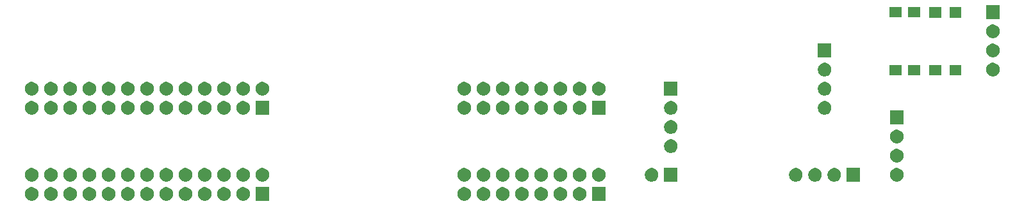
<source format=gbs>
G04 #@! TF.GenerationSoftware,KiCad,Pcbnew,5.1.5*
G04 #@! TF.CreationDate,2020-05-29T23:05:44+02:00*
G04 #@! TF.ProjectId,FFBridge,46464272-6964-4676-952e-6b696361645f,rev?*
G04 #@! TF.SameCoordinates,Original*
G04 #@! TF.FileFunction,Soldermask,Bot*
G04 #@! TF.FilePolarity,Negative*
%FSLAX46Y46*%
G04 Gerber Fmt 4.6, Leading zero omitted, Abs format (unit mm)*
G04 Created by KiCad (PCBNEW 5.1.5) date 2020-05-29 23:05:44*
%MOMM*%
%LPD*%
G04 APERTURE LIST*
%ADD10C,0.100000*%
G04 APERTURE END LIST*
D10*
G36*
X124573512Y-118483927D02*
G01*
X124722812Y-118513624D01*
X124886784Y-118581544D01*
X125034354Y-118680147D01*
X125159853Y-118805646D01*
X125258456Y-118953216D01*
X125326376Y-119117188D01*
X125361000Y-119291259D01*
X125361000Y-119468741D01*
X125326376Y-119642812D01*
X125258456Y-119806784D01*
X125159853Y-119954354D01*
X125034354Y-120079853D01*
X124886784Y-120178456D01*
X124722812Y-120246376D01*
X124573512Y-120276073D01*
X124548742Y-120281000D01*
X124371258Y-120281000D01*
X124346488Y-120276073D01*
X124197188Y-120246376D01*
X124033216Y-120178456D01*
X123885646Y-120079853D01*
X123760147Y-119954354D01*
X123661544Y-119806784D01*
X123593624Y-119642812D01*
X123559000Y-119468741D01*
X123559000Y-119291259D01*
X123593624Y-119117188D01*
X123661544Y-118953216D01*
X123760147Y-118805646D01*
X123885646Y-118680147D01*
X124033216Y-118581544D01*
X124197188Y-118513624D01*
X124346488Y-118483927D01*
X124371258Y-118479000D01*
X124548742Y-118479000D01*
X124573512Y-118483927D01*
G37*
G36*
X96633512Y-118483927D02*
G01*
X96782812Y-118513624D01*
X96946784Y-118581544D01*
X97094354Y-118680147D01*
X97219853Y-118805646D01*
X97318456Y-118953216D01*
X97386376Y-119117188D01*
X97421000Y-119291259D01*
X97421000Y-119468741D01*
X97386376Y-119642812D01*
X97318456Y-119806784D01*
X97219853Y-119954354D01*
X97094354Y-120079853D01*
X96946784Y-120178456D01*
X96782812Y-120246376D01*
X96633512Y-120276073D01*
X96608742Y-120281000D01*
X96431258Y-120281000D01*
X96406488Y-120276073D01*
X96257188Y-120246376D01*
X96093216Y-120178456D01*
X95945646Y-120079853D01*
X95820147Y-119954354D01*
X95721544Y-119806784D01*
X95653624Y-119642812D01*
X95619000Y-119468741D01*
X95619000Y-119291259D01*
X95653624Y-119117188D01*
X95721544Y-118953216D01*
X95820147Y-118805646D01*
X95945646Y-118680147D01*
X96093216Y-118581544D01*
X96257188Y-118513624D01*
X96406488Y-118483927D01*
X96431258Y-118479000D01*
X96608742Y-118479000D01*
X96633512Y-118483927D01*
G37*
G36*
X127901000Y-120281000D02*
G01*
X126099000Y-120281000D01*
X126099000Y-118479000D01*
X127901000Y-118479000D01*
X127901000Y-120281000D01*
G37*
G36*
X153783512Y-118483927D02*
G01*
X153932812Y-118513624D01*
X154096784Y-118581544D01*
X154244354Y-118680147D01*
X154369853Y-118805646D01*
X154468456Y-118953216D01*
X154536376Y-119117188D01*
X154571000Y-119291259D01*
X154571000Y-119468741D01*
X154536376Y-119642812D01*
X154468456Y-119806784D01*
X154369853Y-119954354D01*
X154244354Y-120079853D01*
X154096784Y-120178456D01*
X153932812Y-120246376D01*
X153783512Y-120276073D01*
X153758742Y-120281000D01*
X153581258Y-120281000D01*
X153556488Y-120276073D01*
X153407188Y-120246376D01*
X153243216Y-120178456D01*
X153095646Y-120079853D01*
X152970147Y-119954354D01*
X152871544Y-119806784D01*
X152803624Y-119642812D01*
X152769000Y-119468741D01*
X152769000Y-119291259D01*
X152803624Y-119117188D01*
X152871544Y-118953216D01*
X152970147Y-118805646D01*
X153095646Y-118680147D01*
X153243216Y-118581544D01*
X153407188Y-118513624D01*
X153556488Y-118483927D01*
X153581258Y-118479000D01*
X153758742Y-118479000D01*
X153783512Y-118483927D01*
G37*
G36*
X156323512Y-118483927D02*
G01*
X156472812Y-118513624D01*
X156636784Y-118581544D01*
X156784354Y-118680147D01*
X156909853Y-118805646D01*
X157008456Y-118953216D01*
X157076376Y-119117188D01*
X157111000Y-119291259D01*
X157111000Y-119468741D01*
X157076376Y-119642812D01*
X157008456Y-119806784D01*
X156909853Y-119954354D01*
X156784354Y-120079853D01*
X156636784Y-120178456D01*
X156472812Y-120246376D01*
X156323512Y-120276073D01*
X156298742Y-120281000D01*
X156121258Y-120281000D01*
X156096488Y-120276073D01*
X155947188Y-120246376D01*
X155783216Y-120178456D01*
X155635646Y-120079853D01*
X155510147Y-119954354D01*
X155411544Y-119806784D01*
X155343624Y-119642812D01*
X155309000Y-119468741D01*
X155309000Y-119291259D01*
X155343624Y-119117188D01*
X155411544Y-118953216D01*
X155510147Y-118805646D01*
X155635646Y-118680147D01*
X155783216Y-118581544D01*
X155947188Y-118513624D01*
X156096488Y-118483927D01*
X156121258Y-118479000D01*
X156298742Y-118479000D01*
X156323512Y-118483927D01*
G37*
G36*
X158863512Y-118483927D02*
G01*
X159012812Y-118513624D01*
X159176784Y-118581544D01*
X159324354Y-118680147D01*
X159449853Y-118805646D01*
X159548456Y-118953216D01*
X159616376Y-119117188D01*
X159651000Y-119291259D01*
X159651000Y-119468741D01*
X159616376Y-119642812D01*
X159548456Y-119806784D01*
X159449853Y-119954354D01*
X159324354Y-120079853D01*
X159176784Y-120178456D01*
X159012812Y-120246376D01*
X158863512Y-120276073D01*
X158838742Y-120281000D01*
X158661258Y-120281000D01*
X158636488Y-120276073D01*
X158487188Y-120246376D01*
X158323216Y-120178456D01*
X158175646Y-120079853D01*
X158050147Y-119954354D01*
X157951544Y-119806784D01*
X157883624Y-119642812D01*
X157849000Y-119468741D01*
X157849000Y-119291259D01*
X157883624Y-119117188D01*
X157951544Y-118953216D01*
X158050147Y-118805646D01*
X158175646Y-118680147D01*
X158323216Y-118581544D01*
X158487188Y-118513624D01*
X158636488Y-118483927D01*
X158661258Y-118479000D01*
X158838742Y-118479000D01*
X158863512Y-118483927D01*
G37*
G36*
X161403512Y-118483927D02*
G01*
X161552812Y-118513624D01*
X161716784Y-118581544D01*
X161864354Y-118680147D01*
X161989853Y-118805646D01*
X162088456Y-118953216D01*
X162156376Y-119117188D01*
X162191000Y-119291259D01*
X162191000Y-119468741D01*
X162156376Y-119642812D01*
X162088456Y-119806784D01*
X161989853Y-119954354D01*
X161864354Y-120079853D01*
X161716784Y-120178456D01*
X161552812Y-120246376D01*
X161403512Y-120276073D01*
X161378742Y-120281000D01*
X161201258Y-120281000D01*
X161176488Y-120276073D01*
X161027188Y-120246376D01*
X160863216Y-120178456D01*
X160715646Y-120079853D01*
X160590147Y-119954354D01*
X160491544Y-119806784D01*
X160423624Y-119642812D01*
X160389000Y-119468741D01*
X160389000Y-119291259D01*
X160423624Y-119117188D01*
X160491544Y-118953216D01*
X160590147Y-118805646D01*
X160715646Y-118680147D01*
X160863216Y-118581544D01*
X161027188Y-118513624D01*
X161176488Y-118483927D01*
X161201258Y-118479000D01*
X161378742Y-118479000D01*
X161403512Y-118483927D01*
G37*
G36*
X163943512Y-118483927D02*
G01*
X164092812Y-118513624D01*
X164256784Y-118581544D01*
X164404354Y-118680147D01*
X164529853Y-118805646D01*
X164628456Y-118953216D01*
X164696376Y-119117188D01*
X164731000Y-119291259D01*
X164731000Y-119468741D01*
X164696376Y-119642812D01*
X164628456Y-119806784D01*
X164529853Y-119954354D01*
X164404354Y-120079853D01*
X164256784Y-120178456D01*
X164092812Y-120246376D01*
X163943512Y-120276073D01*
X163918742Y-120281000D01*
X163741258Y-120281000D01*
X163716488Y-120276073D01*
X163567188Y-120246376D01*
X163403216Y-120178456D01*
X163255646Y-120079853D01*
X163130147Y-119954354D01*
X163031544Y-119806784D01*
X162963624Y-119642812D01*
X162929000Y-119468741D01*
X162929000Y-119291259D01*
X162963624Y-119117188D01*
X163031544Y-118953216D01*
X163130147Y-118805646D01*
X163255646Y-118680147D01*
X163403216Y-118581544D01*
X163567188Y-118513624D01*
X163716488Y-118483927D01*
X163741258Y-118479000D01*
X163918742Y-118479000D01*
X163943512Y-118483927D01*
G37*
G36*
X166483512Y-118483927D02*
G01*
X166632812Y-118513624D01*
X166796784Y-118581544D01*
X166944354Y-118680147D01*
X167069853Y-118805646D01*
X167168456Y-118953216D01*
X167236376Y-119117188D01*
X167271000Y-119291259D01*
X167271000Y-119468741D01*
X167236376Y-119642812D01*
X167168456Y-119806784D01*
X167069853Y-119954354D01*
X166944354Y-120079853D01*
X166796784Y-120178456D01*
X166632812Y-120246376D01*
X166483512Y-120276073D01*
X166458742Y-120281000D01*
X166281258Y-120281000D01*
X166256488Y-120276073D01*
X166107188Y-120246376D01*
X165943216Y-120178456D01*
X165795646Y-120079853D01*
X165670147Y-119954354D01*
X165571544Y-119806784D01*
X165503624Y-119642812D01*
X165469000Y-119468741D01*
X165469000Y-119291259D01*
X165503624Y-119117188D01*
X165571544Y-118953216D01*
X165670147Y-118805646D01*
X165795646Y-118680147D01*
X165943216Y-118581544D01*
X166107188Y-118513624D01*
X166256488Y-118483927D01*
X166281258Y-118479000D01*
X166458742Y-118479000D01*
X166483512Y-118483927D01*
G37*
G36*
X169023512Y-118483927D02*
G01*
X169172812Y-118513624D01*
X169336784Y-118581544D01*
X169484354Y-118680147D01*
X169609853Y-118805646D01*
X169708456Y-118953216D01*
X169776376Y-119117188D01*
X169811000Y-119291259D01*
X169811000Y-119468741D01*
X169776376Y-119642812D01*
X169708456Y-119806784D01*
X169609853Y-119954354D01*
X169484354Y-120079853D01*
X169336784Y-120178456D01*
X169172812Y-120246376D01*
X169023512Y-120276073D01*
X168998742Y-120281000D01*
X168821258Y-120281000D01*
X168796488Y-120276073D01*
X168647188Y-120246376D01*
X168483216Y-120178456D01*
X168335646Y-120079853D01*
X168210147Y-119954354D01*
X168111544Y-119806784D01*
X168043624Y-119642812D01*
X168009000Y-119468741D01*
X168009000Y-119291259D01*
X168043624Y-119117188D01*
X168111544Y-118953216D01*
X168210147Y-118805646D01*
X168335646Y-118680147D01*
X168483216Y-118581544D01*
X168647188Y-118513624D01*
X168796488Y-118483927D01*
X168821258Y-118479000D01*
X168998742Y-118479000D01*
X169023512Y-118483927D01*
G37*
G36*
X172351000Y-120281000D02*
G01*
X170549000Y-120281000D01*
X170549000Y-118479000D01*
X172351000Y-118479000D01*
X172351000Y-120281000D01*
G37*
G36*
X99173512Y-118483927D02*
G01*
X99322812Y-118513624D01*
X99486784Y-118581544D01*
X99634354Y-118680147D01*
X99759853Y-118805646D01*
X99858456Y-118953216D01*
X99926376Y-119117188D01*
X99961000Y-119291259D01*
X99961000Y-119468741D01*
X99926376Y-119642812D01*
X99858456Y-119806784D01*
X99759853Y-119954354D01*
X99634354Y-120079853D01*
X99486784Y-120178456D01*
X99322812Y-120246376D01*
X99173512Y-120276073D01*
X99148742Y-120281000D01*
X98971258Y-120281000D01*
X98946488Y-120276073D01*
X98797188Y-120246376D01*
X98633216Y-120178456D01*
X98485646Y-120079853D01*
X98360147Y-119954354D01*
X98261544Y-119806784D01*
X98193624Y-119642812D01*
X98159000Y-119468741D01*
X98159000Y-119291259D01*
X98193624Y-119117188D01*
X98261544Y-118953216D01*
X98360147Y-118805646D01*
X98485646Y-118680147D01*
X98633216Y-118581544D01*
X98797188Y-118513624D01*
X98946488Y-118483927D01*
X98971258Y-118479000D01*
X99148742Y-118479000D01*
X99173512Y-118483927D01*
G37*
G36*
X109333512Y-118483927D02*
G01*
X109482812Y-118513624D01*
X109646784Y-118581544D01*
X109794354Y-118680147D01*
X109919853Y-118805646D01*
X110018456Y-118953216D01*
X110086376Y-119117188D01*
X110121000Y-119291259D01*
X110121000Y-119468741D01*
X110086376Y-119642812D01*
X110018456Y-119806784D01*
X109919853Y-119954354D01*
X109794354Y-120079853D01*
X109646784Y-120178456D01*
X109482812Y-120246376D01*
X109333512Y-120276073D01*
X109308742Y-120281000D01*
X109131258Y-120281000D01*
X109106488Y-120276073D01*
X108957188Y-120246376D01*
X108793216Y-120178456D01*
X108645646Y-120079853D01*
X108520147Y-119954354D01*
X108421544Y-119806784D01*
X108353624Y-119642812D01*
X108319000Y-119468741D01*
X108319000Y-119291259D01*
X108353624Y-119117188D01*
X108421544Y-118953216D01*
X108520147Y-118805646D01*
X108645646Y-118680147D01*
X108793216Y-118581544D01*
X108957188Y-118513624D01*
X109106488Y-118483927D01*
X109131258Y-118479000D01*
X109308742Y-118479000D01*
X109333512Y-118483927D01*
G37*
G36*
X122033512Y-118483927D02*
G01*
X122182812Y-118513624D01*
X122346784Y-118581544D01*
X122494354Y-118680147D01*
X122619853Y-118805646D01*
X122718456Y-118953216D01*
X122786376Y-119117188D01*
X122821000Y-119291259D01*
X122821000Y-119468741D01*
X122786376Y-119642812D01*
X122718456Y-119806784D01*
X122619853Y-119954354D01*
X122494354Y-120079853D01*
X122346784Y-120178456D01*
X122182812Y-120246376D01*
X122033512Y-120276073D01*
X122008742Y-120281000D01*
X121831258Y-120281000D01*
X121806488Y-120276073D01*
X121657188Y-120246376D01*
X121493216Y-120178456D01*
X121345646Y-120079853D01*
X121220147Y-119954354D01*
X121121544Y-119806784D01*
X121053624Y-119642812D01*
X121019000Y-119468741D01*
X121019000Y-119291259D01*
X121053624Y-119117188D01*
X121121544Y-118953216D01*
X121220147Y-118805646D01*
X121345646Y-118680147D01*
X121493216Y-118581544D01*
X121657188Y-118513624D01*
X121806488Y-118483927D01*
X121831258Y-118479000D01*
X122008742Y-118479000D01*
X122033512Y-118483927D01*
G37*
G36*
X119493512Y-118483927D02*
G01*
X119642812Y-118513624D01*
X119806784Y-118581544D01*
X119954354Y-118680147D01*
X120079853Y-118805646D01*
X120178456Y-118953216D01*
X120246376Y-119117188D01*
X120281000Y-119291259D01*
X120281000Y-119468741D01*
X120246376Y-119642812D01*
X120178456Y-119806784D01*
X120079853Y-119954354D01*
X119954354Y-120079853D01*
X119806784Y-120178456D01*
X119642812Y-120246376D01*
X119493512Y-120276073D01*
X119468742Y-120281000D01*
X119291258Y-120281000D01*
X119266488Y-120276073D01*
X119117188Y-120246376D01*
X118953216Y-120178456D01*
X118805646Y-120079853D01*
X118680147Y-119954354D01*
X118581544Y-119806784D01*
X118513624Y-119642812D01*
X118479000Y-119468741D01*
X118479000Y-119291259D01*
X118513624Y-119117188D01*
X118581544Y-118953216D01*
X118680147Y-118805646D01*
X118805646Y-118680147D01*
X118953216Y-118581544D01*
X119117188Y-118513624D01*
X119266488Y-118483927D01*
X119291258Y-118479000D01*
X119468742Y-118479000D01*
X119493512Y-118483927D01*
G37*
G36*
X116953512Y-118483927D02*
G01*
X117102812Y-118513624D01*
X117266784Y-118581544D01*
X117414354Y-118680147D01*
X117539853Y-118805646D01*
X117638456Y-118953216D01*
X117706376Y-119117188D01*
X117741000Y-119291259D01*
X117741000Y-119468741D01*
X117706376Y-119642812D01*
X117638456Y-119806784D01*
X117539853Y-119954354D01*
X117414354Y-120079853D01*
X117266784Y-120178456D01*
X117102812Y-120246376D01*
X116953512Y-120276073D01*
X116928742Y-120281000D01*
X116751258Y-120281000D01*
X116726488Y-120276073D01*
X116577188Y-120246376D01*
X116413216Y-120178456D01*
X116265646Y-120079853D01*
X116140147Y-119954354D01*
X116041544Y-119806784D01*
X115973624Y-119642812D01*
X115939000Y-119468741D01*
X115939000Y-119291259D01*
X115973624Y-119117188D01*
X116041544Y-118953216D01*
X116140147Y-118805646D01*
X116265646Y-118680147D01*
X116413216Y-118581544D01*
X116577188Y-118513624D01*
X116726488Y-118483927D01*
X116751258Y-118479000D01*
X116928742Y-118479000D01*
X116953512Y-118483927D01*
G37*
G36*
X114413512Y-118483927D02*
G01*
X114562812Y-118513624D01*
X114726784Y-118581544D01*
X114874354Y-118680147D01*
X114999853Y-118805646D01*
X115098456Y-118953216D01*
X115166376Y-119117188D01*
X115201000Y-119291259D01*
X115201000Y-119468741D01*
X115166376Y-119642812D01*
X115098456Y-119806784D01*
X114999853Y-119954354D01*
X114874354Y-120079853D01*
X114726784Y-120178456D01*
X114562812Y-120246376D01*
X114413512Y-120276073D01*
X114388742Y-120281000D01*
X114211258Y-120281000D01*
X114186488Y-120276073D01*
X114037188Y-120246376D01*
X113873216Y-120178456D01*
X113725646Y-120079853D01*
X113600147Y-119954354D01*
X113501544Y-119806784D01*
X113433624Y-119642812D01*
X113399000Y-119468741D01*
X113399000Y-119291259D01*
X113433624Y-119117188D01*
X113501544Y-118953216D01*
X113600147Y-118805646D01*
X113725646Y-118680147D01*
X113873216Y-118581544D01*
X114037188Y-118513624D01*
X114186488Y-118483927D01*
X114211258Y-118479000D01*
X114388742Y-118479000D01*
X114413512Y-118483927D01*
G37*
G36*
X111873512Y-118483927D02*
G01*
X112022812Y-118513624D01*
X112186784Y-118581544D01*
X112334354Y-118680147D01*
X112459853Y-118805646D01*
X112558456Y-118953216D01*
X112626376Y-119117188D01*
X112661000Y-119291259D01*
X112661000Y-119468741D01*
X112626376Y-119642812D01*
X112558456Y-119806784D01*
X112459853Y-119954354D01*
X112334354Y-120079853D01*
X112186784Y-120178456D01*
X112022812Y-120246376D01*
X111873512Y-120276073D01*
X111848742Y-120281000D01*
X111671258Y-120281000D01*
X111646488Y-120276073D01*
X111497188Y-120246376D01*
X111333216Y-120178456D01*
X111185646Y-120079853D01*
X111060147Y-119954354D01*
X110961544Y-119806784D01*
X110893624Y-119642812D01*
X110859000Y-119468741D01*
X110859000Y-119291259D01*
X110893624Y-119117188D01*
X110961544Y-118953216D01*
X111060147Y-118805646D01*
X111185646Y-118680147D01*
X111333216Y-118581544D01*
X111497188Y-118513624D01*
X111646488Y-118483927D01*
X111671258Y-118479000D01*
X111848742Y-118479000D01*
X111873512Y-118483927D01*
G37*
G36*
X106793512Y-118483927D02*
G01*
X106942812Y-118513624D01*
X107106784Y-118581544D01*
X107254354Y-118680147D01*
X107379853Y-118805646D01*
X107478456Y-118953216D01*
X107546376Y-119117188D01*
X107581000Y-119291259D01*
X107581000Y-119468741D01*
X107546376Y-119642812D01*
X107478456Y-119806784D01*
X107379853Y-119954354D01*
X107254354Y-120079853D01*
X107106784Y-120178456D01*
X106942812Y-120246376D01*
X106793512Y-120276073D01*
X106768742Y-120281000D01*
X106591258Y-120281000D01*
X106566488Y-120276073D01*
X106417188Y-120246376D01*
X106253216Y-120178456D01*
X106105646Y-120079853D01*
X105980147Y-119954354D01*
X105881544Y-119806784D01*
X105813624Y-119642812D01*
X105779000Y-119468741D01*
X105779000Y-119291259D01*
X105813624Y-119117188D01*
X105881544Y-118953216D01*
X105980147Y-118805646D01*
X106105646Y-118680147D01*
X106253216Y-118581544D01*
X106417188Y-118513624D01*
X106566488Y-118483927D01*
X106591258Y-118479000D01*
X106768742Y-118479000D01*
X106793512Y-118483927D01*
G37*
G36*
X104253512Y-118483927D02*
G01*
X104402812Y-118513624D01*
X104566784Y-118581544D01*
X104714354Y-118680147D01*
X104839853Y-118805646D01*
X104938456Y-118953216D01*
X105006376Y-119117188D01*
X105041000Y-119291259D01*
X105041000Y-119468741D01*
X105006376Y-119642812D01*
X104938456Y-119806784D01*
X104839853Y-119954354D01*
X104714354Y-120079853D01*
X104566784Y-120178456D01*
X104402812Y-120246376D01*
X104253512Y-120276073D01*
X104228742Y-120281000D01*
X104051258Y-120281000D01*
X104026488Y-120276073D01*
X103877188Y-120246376D01*
X103713216Y-120178456D01*
X103565646Y-120079853D01*
X103440147Y-119954354D01*
X103341544Y-119806784D01*
X103273624Y-119642812D01*
X103239000Y-119468741D01*
X103239000Y-119291259D01*
X103273624Y-119117188D01*
X103341544Y-118953216D01*
X103440147Y-118805646D01*
X103565646Y-118680147D01*
X103713216Y-118581544D01*
X103877188Y-118513624D01*
X104026488Y-118483927D01*
X104051258Y-118479000D01*
X104228742Y-118479000D01*
X104253512Y-118483927D01*
G37*
G36*
X101713512Y-118483927D02*
G01*
X101862812Y-118513624D01*
X102026784Y-118581544D01*
X102174354Y-118680147D01*
X102299853Y-118805646D01*
X102398456Y-118953216D01*
X102466376Y-119117188D01*
X102501000Y-119291259D01*
X102501000Y-119468741D01*
X102466376Y-119642812D01*
X102398456Y-119806784D01*
X102299853Y-119954354D01*
X102174354Y-120079853D01*
X102026784Y-120178456D01*
X101862812Y-120246376D01*
X101713512Y-120276073D01*
X101688742Y-120281000D01*
X101511258Y-120281000D01*
X101486488Y-120276073D01*
X101337188Y-120246376D01*
X101173216Y-120178456D01*
X101025646Y-120079853D01*
X100900147Y-119954354D01*
X100801544Y-119806784D01*
X100733624Y-119642812D01*
X100699000Y-119468741D01*
X100699000Y-119291259D01*
X100733624Y-119117188D01*
X100801544Y-118953216D01*
X100900147Y-118805646D01*
X101025646Y-118680147D01*
X101173216Y-118581544D01*
X101337188Y-118513624D01*
X101486488Y-118483927D01*
X101511258Y-118479000D01*
X101688742Y-118479000D01*
X101713512Y-118483927D01*
G37*
G36*
X166483512Y-115943927D02*
G01*
X166632812Y-115973624D01*
X166796784Y-116041544D01*
X166944354Y-116140147D01*
X167069853Y-116265646D01*
X167168456Y-116413216D01*
X167236376Y-116577188D01*
X167271000Y-116751259D01*
X167271000Y-116928741D01*
X167236376Y-117102812D01*
X167168456Y-117266784D01*
X167069853Y-117414354D01*
X166944354Y-117539853D01*
X166796784Y-117638456D01*
X166632812Y-117706376D01*
X166483512Y-117736073D01*
X166458742Y-117741000D01*
X166281258Y-117741000D01*
X166256488Y-117736073D01*
X166107188Y-117706376D01*
X165943216Y-117638456D01*
X165795646Y-117539853D01*
X165670147Y-117414354D01*
X165571544Y-117266784D01*
X165503624Y-117102812D01*
X165469000Y-116928741D01*
X165469000Y-116751259D01*
X165503624Y-116577188D01*
X165571544Y-116413216D01*
X165670147Y-116265646D01*
X165795646Y-116140147D01*
X165943216Y-116041544D01*
X166107188Y-115973624D01*
X166256488Y-115943927D01*
X166281258Y-115939000D01*
X166458742Y-115939000D01*
X166483512Y-115943927D01*
G37*
G36*
X119493512Y-115943927D02*
G01*
X119642812Y-115973624D01*
X119806784Y-116041544D01*
X119954354Y-116140147D01*
X120079853Y-116265646D01*
X120178456Y-116413216D01*
X120246376Y-116577188D01*
X120281000Y-116751259D01*
X120281000Y-116928741D01*
X120246376Y-117102812D01*
X120178456Y-117266784D01*
X120079853Y-117414354D01*
X119954354Y-117539853D01*
X119806784Y-117638456D01*
X119642812Y-117706376D01*
X119493512Y-117736073D01*
X119468742Y-117741000D01*
X119291258Y-117741000D01*
X119266488Y-117736073D01*
X119117188Y-117706376D01*
X118953216Y-117638456D01*
X118805646Y-117539853D01*
X118680147Y-117414354D01*
X118581544Y-117266784D01*
X118513624Y-117102812D01*
X118479000Y-116928741D01*
X118479000Y-116751259D01*
X118513624Y-116577188D01*
X118581544Y-116413216D01*
X118680147Y-116265646D01*
X118805646Y-116140147D01*
X118953216Y-116041544D01*
X119117188Y-115973624D01*
X119266488Y-115943927D01*
X119291258Y-115939000D01*
X119468742Y-115939000D01*
X119493512Y-115943927D01*
G37*
G36*
X169023512Y-115943927D02*
G01*
X169172812Y-115973624D01*
X169336784Y-116041544D01*
X169484354Y-116140147D01*
X169609853Y-116265646D01*
X169708456Y-116413216D01*
X169776376Y-116577188D01*
X169811000Y-116751259D01*
X169811000Y-116928741D01*
X169776376Y-117102812D01*
X169708456Y-117266784D01*
X169609853Y-117414354D01*
X169484354Y-117539853D01*
X169336784Y-117638456D01*
X169172812Y-117706376D01*
X169023512Y-117736073D01*
X168998742Y-117741000D01*
X168821258Y-117741000D01*
X168796488Y-117736073D01*
X168647188Y-117706376D01*
X168483216Y-117638456D01*
X168335646Y-117539853D01*
X168210147Y-117414354D01*
X168111544Y-117266784D01*
X168043624Y-117102812D01*
X168009000Y-116928741D01*
X168009000Y-116751259D01*
X168043624Y-116577188D01*
X168111544Y-116413216D01*
X168210147Y-116265646D01*
X168335646Y-116140147D01*
X168483216Y-116041544D01*
X168647188Y-115973624D01*
X168796488Y-115943927D01*
X168821258Y-115939000D01*
X168998742Y-115939000D01*
X169023512Y-115943927D01*
G37*
G36*
X171563512Y-115943927D02*
G01*
X171712812Y-115973624D01*
X171876784Y-116041544D01*
X172024354Y-116140147D01*
X172149853Y-116265646D01*
X172248456Y-116413216D01*
X172316376Y-116577188D01*
X172351000Y-116751259D01*
X172351000Y-116928741D01*
X172316376Y-117102812D01*
X172248456Y-117266784D01*
X172149853Y-117414354D01*
X172024354Y-117539853D01*
X171876784Y-117638456D01*
X171712812Y-117706376D01*
X171563512Y-117736073D01*
X171538742Y-117741000D01*
X171361258Y-117741000D01*
X171336488Y-117736073D01*
X171187188Y-117706376D01*
X171023216Y-117638456D01*
X170875646Y-117539853D01*
X170750147Y-117414354D01*
X170651544Y-117266784D01*
X170583624Y-117102812D01*
X170549000Y-116928741D01*
X170549000Y-116751259D01*
X170583624Y-116577188D01*
X170651544Y-116413216D01*
X170750147Y-116265646D01*
X170875646Y-116140147D01*
X171023216Y-116041544D01*
X171187188Y-115973624D01*
X171336488Y-115943927D01*
X171361258Y-115939000D01*
X171538742Y-115939000D01*
X171563512Y-115943927D01*
G37*
G36*
X116953512Y-115943927D02*
G01*
X117102812Y-115973624D01*
X117266784Y-116041544D01*
X117414354Y-116140147D01*
X117539853Y-116265646D01*
X117638456Y-116413216D01*
X117706376Y-116577188D01*
X117741000Y-116751259D01*
X117741000Y-116928741D01*
X117706376Y-117102812D01*
X117638456Y-117266784D01*
X117539853Y-117414354D01*
X117414354Y-117539853D01*
X117266784Y-117638456D01*
X117102812Y-117706376D01*
X116953512Y-117736073D01*
X116928742Y-117741000D01*
X116751258Y-117741000D01*
X116726488Y-117736073D01*
X116577188Y-117706376D01*
X116413216Y-117638456D01*
X116265646Y-117539853D01*
X116140147Y-117414354D01*
X116041544Y-117266784D01*
X115973624Y-117102812D01*
X115939000Y-116928741D01*
X115939000Y-116751259D01*
X115973624Y-116577188D01*
X116041544Y-116413216D01*
X116140147Y-116265646D01*
X116265646Y-116140147D01*
X116413216Y-116041544D01*
X116577188Y-115973624D01*
X116726488Y-115943927D01*
X116751258Y-115939000D01*
X116928742Y-115939000D01*
X116953512Y-115943927D01*
G37*
G36*
X96633512Y-115943927D02*
G01*
X96782812Y-115973624D01*
X96946784Y-116041544D01*
X97094354Y-116140147D01*
X97219853Y-116265646D01*
X97318456Y-116413216D01*
X97386376Y-116577188D01*
X97421000Y-116751259D01*
X97421000Y-116928741D01*
X97386376Y-117102812D01*
X97318456Y-117266784D01*
X97219853Y-117414354D01*
X97094354Y-117539853D01*
X96946784Y-117638456D01*
X96782812Y-117706376D01*
X96633512Y-117736073D01*
X96608742Y-117741000D01*
X96431258Y-117741000D01*
X96406488Y-117736073D01*
X96257188Y-117706376D01*
X96093216Y-117638456D01*
X95945646Y-117539853D01*
X95820147Y-117414354D01*
X95721544Y-117266784D01*
X95653624Y-117102812D01*
X95619000Y-116928741D01*
X95619000Y-116751259D01*
X95653624Y-116577188D01*
X95721544Y-116413216D01*
X95820147Y-116265646D01*
X95945646Y-116140147D01*
X96093216Y-116041544D01*
X96257188Y-115973624D01*
X96406488Y-115943927D01*
X96431258Y-115939000D01*
X96608742Y-115939000D01*
X96633512Y-115943927D01*
G37*
G36*
X99173512Y-115943927D02*
G01*
X99322812Y-115973624D01*
X99486784Y-116041544D01*
X99634354Y-116140147D01*
X99759853Y-116265646D01*
X99858456Y-116413216D01*
X99926376Y-116577188D01*
X99961000Y-116751259D01*
X99961000Y-116928741D01*
X99926376Y-117102812D01*
X99858456Y-117266784D01*
X99759853Y-117414354D01*
X99634354Y-117539853D01*
X99486784Y-117638456D01*
X99322812Y-117706376D01*
X99173512Y-117736073D01*
X99148742Y-117741000D01*
X98971258Y-117741000D01*
X98946488Y-117736073D01*
X98797188Y-117706376D01*
X98633216Y-117638456D01*
X98485646Y-117539853D01*
X98360147Y-117414354D01*
X98261544Y-117266784D01*
X98193624Y-117102812D01*
X98159000Y-116928741D01*
X98159000Y-116751259D01*
X98193624Y-116577188D01*
X98261544Y-116413216D01*
X98360147Y-116265646D01*
X98485646Y-116140147D01*
X98633216Y-116041544D01*
X98797188Y-115973624D01*
X98946488Y-115943927D01*
X98971258Y-115939000D01*
X99148742Y-115939000D01*
X99173512Y-115943927D01*
G37*
G36*
X114413512Y-115943927D02*
G01*
X114562812Y-115973624D01*
X114726784Y-116041544D01*
X114874354Y-116140147D01*
X114999853Y-116265646D01*
X115098456Y-116413216D01*
X115166376Y-116577188D01*
X115201000Y-116751259D01*
X115201000Y-116928741D01*
X115166376Y-117102812D01*
X115098456Y-117266784D01*
X114999853Y-117414354D01*
X114874354Y-117539853D01*
X114726784Y-117638456D01*
X114562812Y-117706376D01*
X114413512Y-117736073D01*
X114388742Y-117741000D01*
X114211258Y-117741000D01*
X114186488Y-117736073D01*
X114037188Y-117706376D01*
X113873216Y-117638456D01*
X113725646Y-117539853D01*
X113600147Y-117414354D01*
X113501544Y-117266784D01*
X113433624Y-117102812D01*
X113399000Y-116928741D01*
X113399000Y-116751259D01*
X113433624Y-116577188D01*
X113501544Y-116413216D01*
X113600147Y-116265646D01*
X113725646Y-116140147D01*
X113873216Y-116041544D01*
X114037188Y-115973624D01*
X114186488Y-115943927D01*
X114211258Y-115939000D01*
X114388742Y-115939000D01*
X114413512Y-115943927D01*
G37*
G36*
X101713512Y-115943927D02*
G01*
X101862812Y-115973624D01*
X102026784Y-116041544D01*
X102174354Y-116140147D01*
X102299853Y-116265646D01*
X102398456Y-116413216D01*
X102466376Y-116577188D01*
X102501000Y-116751259D01*
X102501000Y-116928741D01*
X102466376Y-117102812D01*
X102398456Y-117266784D01*
X102299853Y-117414354D01*
X102174354Y-117539853D01*
X102026784Y-117638456D01*
X101862812Y-117706376D01*
X101713512Y-117736073D01*
X101688742Y-117741000D01*
X101511258Y-117741000D01*
X101486488Y-117736073D01*
X101337188Y-117706376D01*
X101173216Y-117638456D01*
X101025646Y-117539853D01*
X100900147Y-117414354D01*
X100801544Y-117266784D01*
X100733624Y-117102812D01*
X100699000Y-116928741D01*
X100699000Y-116751259D01*
X100733624Y-116577188D01*
X100801544Y-116413216D01*
X100900147Y-116265646D01*
X101025646Y-116140147D01*
X101173216Y-116041544D01*
X101337188Y-115973624D01*
X101486488Y-115943927D01*
X101511258Y-115939000D01*
X101688742Y-115939000D01*
X101713512Y-115943927D01*
G37*
G36*
X104253512Y-115943927D02*
G01*
X104402812Y-115973624D01*
X104566784Y-116041544D01*
X104714354Y-116140147D01*
X104839853Y-116265646D01*
X104938456Y-116413216D01*
X105006376Y-116577188D01*
X105041000Y-116751259D01*
X105041000Y-116928741D01*
X105006376Y-117102812D01*
X104938456Y-117266784D01*
X104839853Y-117414354D01*
X104714354Y-117539853D01*
X104566784Y-117638456D01*
X104402812Y-117706376D01*
X104253512Y-117736073D01*
X104228742Y-117741000D01*
X104051258Y-117741000D01*
X104026488Y-117736073D01*
X103877188Y-117706376D01*
X103713216Y-117638456D01*
X103565646Y-117539853D01*
X103440147Y-117414354D01*
X103341544Y-117266784D01*
X103273624Y-117102812D01*
X103239000Y-116928741D01*
X103239000Y-116751259D01*
X103273624Y-116577188D01*
X103341544Y-116413216D01*
X103440147Y-116265646D01*
X103565646Y-116140147D01*
X103713216Y-116041544D01*
X103877188Y-115973624D01*
X104026488Y-115943927D01*
X104051258Y-115939000D01*
X104228742Y-115939000D01*
X104253512Y-115943927D01*
G37*
G36*
X111873512Y-115943927D02*
G01*
X112022812Y-115973624D01*
X112186784Y-116041544D01*
X112334354Y-116140147D01*
X112459853Y-116265646D01*
X112558456Y-116413216D01*
X112626376Y-116577188D01*
X112661000Y-116751259D01*
X112661000Y-116928741D01*
X112626376Y-117102812D01*
X112558456Y-117266784D01*
X112459853Y-117414354D01*
X112334354Y-117539853D01*
X112186784Y-117638456D01*
X112022812Y-117706376D01*
X111873512Y-117736073D01*
X111848742Y-117741000D01*
X111671258Y-117741000D01*
X111646488Y-117736073D01*
X111497188Y-117706376D01*
X111333216Y-117638456D01*
X111185646Y-117539853D01*
X111060147Y-117414354D01*
X110961544Y-117266784D01*
X110893624Y-117102812D01*
X110859000Y-116928741D01*
X110859000Y-116751259D01*
X110893624Y-116577188D01*
X110961544Y-116413216D01*
X111060147Y-116265646D01*
X111185646Y-116140147D01*
X111333216Y-116041544D01*
X111497188Y-115973624D01*
X111646488Y-115943927D01*
X111671258Y-115939000D01*
X111848742Y-115939000D01*
X111873512Y-115943927D01*
G37*
G36*
X106793512Y-115943927D02*
G01*
X106942812Y-115973624D01*
X107106784Y-116041544D01*
X107254354Y-116140147D01*
X107379853Y-116265646D01*
X107478456Y-116413216D01*
X107546376Y-116577188D01*
X107581000Y-116751259D01*
X107581000Y-116928741D01*
X107546376Y-117102812D01*
X107478456Y-117266784D01*
X107379853Y-117414354D01*
X107254354Y-117539853D01*
X107106784Y-117638456D01*
X106942812Y-117706376D01*
X106793512Y-117736073D01*
X106768742Y-117741000D01*
X106591258Y-117741000D01*
X106566488Y-117736073D01*
X106417188Y-117706376D01*
X106253216Y-117638456D01*
X106105646Y-117539853D01*
X105980147Y-117414354D01*
X105881544Y-117266784D01*
X105813624Y-117102812D01*
X105779000Y-116928741D01*
X105779000Y-116751259D01*
X105813624Y-116577188D01*
X105881544Y-116413216D01*
X105980147Y-116265646D01*
X106105646Y-116140147D01*
X106253216Y-116041544D01*
X106417188Y-115973624D01*
X106566488Y-115943927D01*
X106591258Y-115939000D01*
X106768742Y-115939000D01*
X106793512Y-115943927D01*
G37*
G36*
X178548512Y-115943927D02*
G01*
X178697812Y-115973624D01*
X178861784Y-116041544D01*
X179009354Y-116140147D01*
X179134853Y-116265646D01*
X179233456Y-116413216D01*
X179301376Y-116577188D01*
X179336000Y-116751259D01*
X179336000Y-116928741D01*
X179301376Y-117102812D01*
X179233456Y-117266784D01*
X179134853Y-117414354D01*
X179009354Y-117539853D01*
X178861784Y-117638456D01*
X178697812Y-117706376D01*
X178548512Y-117736073D01*
X178523742Y-117741000D01*
X178346258Y-117741000D01*
X178321488Y-117736073D01*
X178172188Y-117706376D01*
X178008216Y-117638456D01*
X177860646Y-117539853D01*
X177735147Y-117414354D01*
X177636544Y-117266784D01*
X177568624Y-117102812D01*
X177534000Y-116928741D01*
X177534000Y-116751259D01*
X177568624Y-116577188D01*
X177636544Y-116413216D01*
X177735147Y-116265646D01*
X177860646Y-116140147D01*
X178008216Y-116041544D01*
X178172188Y-115973624D01*
X178321488Y-115943927D01*
X178346258Y-115939000D01*
X178523742Y-115939000D01*
X178548512Y-115943927D01*
G37*
G36*
X109333512Y-115943927D02*
G01*
X109482812Y-115973624D01*
X109646784Y-116041544D01*
X109794354Y-116140147D01*
X109919853Y-116265646D01*
X110018456Y-116413216D01*
X110086376Y-116577188D01*
X110121000Y-116751259D01*
X110121000Y-116928741D01*
X110086376Y-117102812D01*
X110018456Y-117266784D01*
X109919853Y-117414354D01*
X109794354Y-117539853D01*
X109646784Y-117638456D01*
X109482812Y-117706376D01*
X109333512Y-117736073D01*
X109308742Y-117741000D01*
X109131258Y-117741000D01*
X109106488Y-117736073D01*
X108957188Y-117706376D01*
X108793216Y-117638456D01*
X108645646Y-117539853D01*
X108520147Y-117414354D01*
X108421544Y-117266784D01*
X108353624Y-117102812D01*
X108319000Y-116928741D01*
X108319000Y-116751259D01*
X108353624Y-116577188D01*
X108421544Y-116413216D01*
X108520147Y-116265646D01*
X108645646Y-116140147D01*
X108793216Y-116041544D01*
X108957188Y-115973624D01*
X109106488Y-115943927D01*
X109131258Y-115939000D01*
X109308742Y-115939000D01*
X109333512Y-115943927D01*
G37*
G36*
X122033512Y-115943927D02*
G01*
X122182812Y-115973624D01*
X122346784Y-116041544D01*
X122494354Y-116140147D01*
X122619853Y-116265646D01*
X122718456Y-116413216D01*
X122786376Y-116577188D01*
X122821000Y-116751259D01*
X122821000Y-116928741D01*
X122786376Y-117102812D01*
X122718456Y-117266784D01*
X122619853Y-117414354D01*
X122494354Y-117539853D01*
X122346784Y-117638456D01*
X122182812Y-117706376D01*
X122033512Y-117736073D01*
X122008742Y-117741000D01*
X121831258Y-117741000D01*
X121806488Y-117736073D01*
X121657188Y-117706376D01*
X121493216Y-117638456D01*
X121345646Y-117539853D01*
X121220147Y-117414354D01*
X121121544Y-117266784D01*
X121053624Y-117102812D01*
X121019000Y-116928741D01*
X121019000Y-116751259D01*
X121053624Y-116577188D01*
X121121544Y-116413216D01*
X121220147Y-116265646D01*
X121345646Y-116140147D01*
X121493216Y-116041544D01*
X121657188Y-115973624D01*
X121806488Y-115943927D01*
X121831258Y-115939000D01*
X122008742Y-115939000D01*
X122033512Y-115943927D01*
G37*
G36*
X161403512Y-115943927D02*
G01*
X161552812Y-115973624D01*
X161716784Y-116041544D01*
X161864354Y-116140147D01*
X161989853Y-116265646D01*
X162088456Y-116413216D01*
X162156376Y-116577188D01*
X162191000Y-116751259D01*
X162191000Y-116928741D01*
X162156376Y-117102812D01*
X162088456Y-117266784D01*
X161989853Y-117414354D01*
X161864354Y-117539853D01*
X161716784Y-117638456D01*
X161552812Y-117706376D01*
X161403512Y-117736073D01*
X161378742Y-117741000D01*
X161201258Y-117741000D01*
X161176488Y-117736073D01*
X161027188Y-117706376D01*
X160863216Y-117638456D01*
X160715646Y-117539853D01*
X160590147Y-117414354D01*
X160491544Y-117266784D01*
X160423624Y-117102812D01*
X160389000Y-116928741D01*
X160389000Y-116751259D01*
X160423624Y-116577188D01*
X160491544Y-116413216D01*
X160590147Y-116265646D01*
X160715646Y-116140147D01*
X160863216Y-116041544D01*
X161027188Y-115973624D01*
X161176488Y-115943927D01*
X161201258Y-115939000D01*
X161378742Y-115939000D01*
X161403512Y-115943927D01*
G37*
G36*
X181876000Y-117741000D02*
G01*
X180074000Y-117741000D01*
X180074000Y-115939000D01*
X181876000Y-115939000D01*
X181876000Y-117741000D01*
G37*
G36*
X210933512Y-115943927D02*
G01*
X211082812Y-115973624D01*
X211246784Y-116041544D01*
X211394354Y-116140147D01*
X211519853Y-116265646D01*
X211618456Y-116413216D01*
X211686376Y-116577188D01*
X211721000Y-116751259D01*
X211721000Y-116928741D01*
X211686376Y-117102812D01*
X211618456Y-117266784D01*
X211519853Y-117414354D01*
X211394354Y-117539853D01*
X211246784Y-117638456D01*
X211082812Y-117706376D01*
X210933512Y-117736073D01*
X210908742Y-117741000D01*
X210731258Y-117741000D01*
X210706488Y-117736073D01*
X210557188Y-117706376D01*
X210393216Y-117638456D01*
X210245646Y-117539853D01*
X210120147Y-117414354D01*
X210021544Y-117266784D01*
X209953624Y-117102812D01*
X209919000Y-116928741D01*
X209919000Y-116751259D01*
X209953624Y-116577188D01*
X210021544Y-116413216D01*
X210120147Y-116265646D01*
X210245646Y-116140147D01*
X210393216Y-116041544D01*
X210557188Y-115973624D01*
X210706488Y-115943927D01*
X210731258Y-115939000D01*
X210908742Y-115939000D01*
X210933512Y-115943927D01*
G37*
G36*
X197598512Y-115943927D02*
G01*
X197747812Y-115973624D01*
X197911784Y-116041544D01*
X198059354Y-116140147D01*
X198184853Y-116265646D01*
X198283456Y-116413216D01*
X198351376Y-116577188D01*
X198386000Y-116751259D01*
X198386000Y-116928741D01*
X198351376Y-117102812D01*
X198283456Y-117266784D01*
X198184853Y-117414354D01*
X198059354Y-117539853D01*
X197911784Y-117638456D01*
X197747812Y-117706376D01*
X197598512Y-117736073D01*
X197573742Y-117741000D01*
X197396258Y-117741000D01*
X197371488Y-117736073D01*
X197222188Y-117706376D01*
X197058216Y-117638456D01*
X196910646Y-117539853D01*
X196785147Y-117414354D01*
X196686544Y-117266784D01*
X196618624Y-117102812D01*
X196584000Y-116928741D01*
X196584000Y-116751259D01*
X196618624Y-116577188D01*
X196686544Y-116413216D01*
X196785147Y-116265646D01*
X196910646Y-116140147D01*
X197058216Y-116041544D01*
X197222188Y-115973624D01*
X197371488Y-115943927D01*
X197396258Y-115939000D01*
X197573742Y-115939000D01*
X197598512Y-115943927D01*
G37*
G36*
X200138512Y-115943927D02*
G01*
X200287812Y-115973624D01*
X200451784Y-116041544D01*
X200599354Y-116140147D01*
X200724853Y-116265646D01*
X200823456Y-116413216D01*
X200891376Y-116577188D01*
X200926000Y-116751259D01*
X200926000Y-116928741D01*
X200891376Y-117102812D01*
X200823456Y-117266784D01*
X200724853Y-117414354D01*
X200599354Y-117539853D01*
X200451784Y-117638456D01*
X200287812Y-117706376D01*
X200138512Y-117736073D01*
X200113742Y-117741000D01*
X199936258Y-117741000D01*
X199911488Y-117736073D01*
X199762188Y-117706376D01*
X199598216Y-117638456D01*
X199450646Y-117539853D01*
X199325147Y-117414354D01*
X199226544Y-117266784D01*
X199158624Y-117102812D01*
X199124000Y-116928741D01*
X199124000Y-116751259D01*
X199158624Y-116577188D01*
X199226544Y-116413216D01*
X199325147Y-116265646D01*
X199450646Y-116140147D01*
X199598216Y-116041544D01*
X199762188Y-115973624D01*
X199911488Y-115943927D01*
X199936258Y-115939000D01*
X200113742Y-115939000D01*
X200138512Y-115943927D01*
G37*
G36*
X202678512Y-115943927D02*
G01*
X202827812Y-115973624D01*
X202991784Y-116041544D01*
X203139354Y-116140147D01*
X203264853Y-116265646D01*
X203363456Y-116413216D01*
X203431376Y-116577188D01*
X203466000Y-116751259D01*
X203466000Y-116928741D01*
X203431376Y-117102812D01*
X203363456Y-117266784D01*
X203264853Y-117414354D01*
X203139354Y-117539853D01*
X202991784Y-117638456D01*
X202827812Y-117706376D01*
X202678512Y-117736073D01*
X202653742Y-117741000D01*
X202476258Y-117741000D01*
X202451488Y-117736073D01*
X202302188Y-117706376D01*
X202138216Y-117638456D01*
X201990646Y-117539853D01*
X201865147Y-117414354D01*
X201766544Y-117266784D01*
X201698624Y-117102812D01*
X201664000Y-116928741D01*
X201664000Y-116751259D01*
X201698624Y-116577188D01*
X201766544Y-116413216D01*
X201865147Y-116265646D01*
X201990646Y-116140147D01*
X202138216Y-116041544D01*
X202302188Y-115973624D01*
X202451488Y-115943927D01*
X202476258Y-115939000D01*
X202653742Y-115939000D01*
X202678512Y-115943927D01*
G37*
G36*
X206006000Y-117741000D02*
G01*
X204204000Y-117741000D01*
X204204000Y-115939000D01*
X206006000Y-115939000D01*
X206006000Y-117741000D01*
G37*
G36*
X153783512Y-115943927D02*
G01*
X153932812Y-115973624D01*
X154096784Y-116041544D01*
X154244354Y-116140147D01*
X154369853Y-116265646D01*
X154468456Y-116413216D01*
X154536376Y-116577188D01*
X154571000Y-116751259D01*
X154571000Y-116928741D01*
X154536376Y-117102812D01*
X154468456Y-117266784D01*
X154369853Y-117414354D01*
X154244354Y-117539853D01*
X154096784Y-117638456D01*
X153932812Y-117706376D01*
X153783512Y-117736073D01*
X153758742Y-117741000D01*
X153581258Y-117741000D01*
X153556488Y-117736073D01*
X153407188Y-117706376D01*
X153243216Y-117638456D01*
X153095646Y-117539853D01*
X152970147Y-117414354D01*
X152871544Y-117266784D01*
X152803624Y-117102812D01*
X152769000Y-116928741D01*
X152769000Y-116751259D01*
X152803624Y-116577188D01*
X152871544Y-116413216D01*
X152970147Y-116265646D01*
X153095646Y-116140147D01*
X153243216Y-116041544D01*
X153407188Y-115973624D01*
X153556488Y-115943927D01*
X153581258Y-115939000D01*
X153758742Y-115939000D01*
X153783512Y-115943927D01*
G37*
G36*
X156323512Y-115943927D02*
G01*
X156472812Y-115973624D01*
X156636784Y-116041544D01*
X156784354Y-116140147D01*
X156909853Y-116265646D01*
X157008456Y-116413216D01*
X157076376Y-116577188D01*
X157111000Y-116751259D01*
X157111000Y-116928741D01*
X157076376Y-117102812D01*
X157008456Y-117266784D01*
X156909853Y-117414354D01*
X156784354Y-117539853D01*
X156636784Y-117638456D01*
X156472812Y-117706376D01*
X156323512Y-117736073D01*
X156298742Y-117741000D01*
X156121258Y-117741000D01*
X156096488Y-117736073D01*
X155947188Y-117706376D01*
X155783216Y-117638456D01*
X155635646Y-117539853D01*
X155510147Y-117414354D01*
X155411544Y-117266784D01*
X155343624Y-117102812D01*
X155309000Y-116928741D01*
X155309000Y-116751259D01*
X155343624Y-116577188D01*
X155411544Y-116413216D01*
X155510147Y-116265646D01*
X155635646Y-116140147D01*
X155783216Y-116041544D01*
X155947188Y-115973624D01*
X156096488Y-115943927D01*
X156121258Y-115939000D01*
X156298742Y-115939000D01*
X156323512Y-115943927D01*
G37*
G36*
X124573512Y-115943927D02*
G01*
X124722812Y-115973624D01*
X124886784Y-116041544D01*
X125034354Y-116140147D01*
X125159853Y-116265646D01*
X125258456Y-116413216D01*
X125326376Y-116577188D01*
X125361000Y-116751259D01*
X125361000Y-116928741D01*
X125326376Y-117102812D01*
X125258456Y-117266784D01*
X125159853Y-117414354D01*
X125034354Y-117539853D01*
X124886784Y-117638456D01*
X124722812Y-117706376D01*
X124573512Y-117736073D01*
X124548742Y-117741000D01*
X124371258Y-117741000D01*
X124346488Y-117736073D01*
X124197188Y-117706376D01*
X124033216Y-117638456D01*
X123885646Y-117539853D01*
X123760147Y-117414354D01*
X123661544Y-117266784D01*
X123593624Y-117102812D01*
X123559000Y-116928741D01*
X123559000Y-116751259D01*
X123593624Y-116577188D01*
X123661544Y-116413216D01*
X123760147Y-116265646D01*
X123885646Y-116140147D01*
X124033216Y-116041544D01*
X124197188Y-115973624D01*
X124346488Y-115943927D01*
X124371258Y-115939000D01*
X124548742Y-115939000D01*
X124573512Y-115943927D01*
G37*
G36*
X158863512Y-115943927D02*
G01*
X159012812Y-115973624D01*
X159176784Y-116041544D01*
X159324354Y-116140147D01*
X159449853Y-116265646D01*
X159548456Y-116413216D01*
X159616376Y-116577188D01*
X159651000Y-116751259D01*
X159651000Y-116928741D01*
X159616376Y-117102812D01*
X159548456Y-117266784D01*
X159449853Y-117414354D01*
X159324354Y-117539853D01*
X159176784Y-117638456D01*
X159012812Y-117706376D01*
X158863512Y-117736073D01*
X158838742Y-117741000D01*
X158661258Y-117741000D01*
X158636488Y-117736073D01*
X158487188Y-117706376D01*
X158323216Y-117638456D01*
X158175646Y-117539853D01*
X158050147Y-117414354D01*
X157951544Y-117266784D01*
X157883624Y-117102812D01*
X157849000Y-116928741D01*
X157849000Y-116751259D01*
X157883624Y-116577188D01*
X157951544Y-116413216D01*
X158050147Y-116265646D01*
X158175646Y-116140147D01*
X158323216Y-116041544D01*
X158487188Y-115973624D01*
X158636488Y-115943927D01*
X158661258Y-115939000D01*
X158838742Y-115939000D01*
X158863512Y-115943927D01*
G37*
G36*
X127113512Y-115943927D02*
G01*
X127262812Y-115973624D01*
X127426784Y-116041544D01*
X127574354Y-116140147D01*
X127699853Y-116265646D01*
X127798456Y-116413216D01*
X127866376Y-116577188D01*
X127901000Y-116751259D01*
X127901000Y-116928741D01*
X127866376Y-117102812D01*
X127798456Y-117266784D01*
X127699853Y-117414354D01*
X127574354Y-117539853D01*
X127426784Y-117638456D01*
X127262812Y-117706376D01*
X127113512Y-117736073D01*
X127088742Y-117741000D01*
X126911258Y-117741000D01*
X126886488Y-117736073D01*
X126737188Y-117706376D01*
X126573216Y-117638456D01*
X126425646Y-117539853D01*
X126300147Y-117414354D01*
X126201544Y-117266784D01*
X126133624Y-117102812D01*
X126099000Y-116928741D01*
X126099000Y-116751259D01*
X126133624Y-116577188D01*
X126201544Y-116413216D01*
X126300147Y-116265646D01*
X126425646Y-116140147D01*
X126573216Y-116041544D01*
X126737188Y-115973624D01*
X126886488Y-115943927D01*
X126911258Y-115939000D01*
X127088742Y-115939000D01*
X127113512Y-115943927D01*
G37*
G36*
X163943512Y-115943927D02*
G01*
X164092812Y-115973624D01*
X164256784Y-116041544D01*
X164404354Y-116140147D01*
X164529853Y-116265646D01*
X164628456Y-116413216D01*
X164696376Y-116577188D01*
X164731000Y-116751259D01*
X164731000Y-116928741D01*
X164696376Y-117102812D01*
X164628456Y-117266784D01*
X164529853Y-117414354D01*
X164404354Y-117539853D01*
X164256784Y-117638456D01*
X164092812Y-117706376D01*
X163943512Y-117736073D01*
X163918742Y-117741000D01*
X163741258Y-117741000D01*
X163716488Y-117736073D01*
X163567188Y-117706376D01*
X163403216Y-117638456D01*
X163255646Y-117539853D01*
X163130147Y-117414354D01*
X163031544Y-117266784D01*
X162963624Y-117102812D01*
X162929000Y-116928741D01*
X162929000Y-116751259D01*
X162963624Y-116577188D01*
X163031544Y-116413216D01*
X163130147Y-116265646D01*
X163255646Y-116140147D01*
X163403216Y-116041544D01*
X163567188Y-115973624D01*
X163716488Y-115943927D01*
X163741258Y-115939000D01*
X163918742Y-115939000D01*
X163943512Y-115943927D01*
G37*
G36*
X210933512Y-113403927D02*
G01*
X211082812Y-113433624D01*
X211246784Y-113501544D01*
X211394354Y-113600147D01*
X211519853Y-113725646D01*
X211618456Y-113873216D01*
X211686376Y-114037188D01*
X211721000Y-114211259D01*
X211721000Y-114388741D01*
X211686376Y-114562812D01*
X211618456Y-114726784D01*
X211519853Y-114874354D01*
X211394354Y-114999853D01*
X211246784Y-115098456D01*
X211082812Y-115166376D01*
X210933512Y-115196073D01*
X210908742Y-115201000D01*
X210731258Y-115201000D01*
X210706488Y-115196073D01*
X210557188Y-115166376D01*
X210393216Y-115098456D01*
X210245646Y-114999853D01*
X210120147Y-114874354D01*
X210021544Y-114726784D01*
X209953624Y-114562812D01*
X209919000Y-114388741D01*
X209919000Y-114211259D01*
X209953624Y-114037188D01*
X210021544Y-113873216D01*
X210120147Y-113725646D01*
X210245646Y-113600147D01*
X210393216Y-113501544D01*
X210557188Y-113433624D01*
X210706488Y-113403927D01*
X210731258Y-113399000D01*
X210908742Y-113399000D01*
X210933512Y-113403927D01*
G37*
G36*
X181088512Y-112133927D02*
G01*
X181237812Y-112163624D01*
X181401784Y-112231544D01*
X181549354Y-112330147D01*
X181674853Y-112455646D01*
X181773456Y-112603216D01*
X181841376Y-112767188D01*
X181876000Y-112941259D01*
X181876000Y-113118741D01*
X181841376Y-113292812D01*
X181773456Y-113456784D01*
X181674853Y-113604354D01*
X181549354Y-113729853D01*
X181401784Y-113828456D01*
X181237812Y-113896376D01*
X181088512Y-113926073D01*
X181063742Y-113931000D01*
X180886258Y-113931000D01*
X180861488Y-113926073D01*
X180712188Y-113896376D01*
X180548216Y-113828456D01*
X180400646Y-113729853D01*
X180275147Y-113604354D01*
X180176544Y-113456784D01*
X180108624Y-113292812D01*
X180074000Y-113118741D01*
X180074000Y-112941259D01*
X180108624Y-112767188D01*
X180176544Y-112603216D01*
X180275147Y-112455646D01*
X180400646Y-112330147D01*
X180548216Y-112231544D01*
X180712188Y-112163624D01*
X180861488Y-112133927D01*
X180886258Y-112129000D01*
X181063742Y-112129000D01*
X181088512Y-112133927D01*
G37*
G36*
X210933512Y-110863927D02*
G01*
X211082812Y-110893624D01*
X211246784Y-110961544D01*
X211394354Y-111060147D01*
X211519853Y-111185646D01*
X211618456Y-111333216D01*
X211686376Y-111497188D01*
X211721000Y-111671259D01*
X211721000Y-111848741D01*
X211686376Y-112022812D01*
X211618456Y-112186784D01*
X211519853Y-112334354D01*
X211394354Y-112459853D01*
X211246784Y-112558456D01*
X211082812Y-112626376D01*
X210933512Y-112656073D01*
X210908742Y-112661000D01*
X210731258Y-112661000D01*
X210706488Y-112656073D01*
X210557188Y-112626376D01*
X210393216Y-112558456D01*
X210245646Y-112459853D01*
X210120147Y-112334354D01*
X210021544Y-112186784D01*
X209953624Y-112022812D01*
X209919000Y-111848741D01*
X209919000Y-111671259D01*
X209953624Y-111497188D01*
X210021544Y-111333216D01*
X210120147Y-111185646D01*
X210245646Y-111060147D01*
X210393216Y-110961544D01*
X210557188Y-110893624D01*
X210706488Y-110863927D01*
X210731258Y-110859000D01*
X210908742Y-110859000D01*
X210933512Y-110863927D01*
G37*
G36*
X181088512Y-109593927D02*
G01*
X181237812Y-109623624D01*
X181401784Y-109691544D01*
X181549354Y-109790147D01*
X181674853Y-109915646D01*
X181773456Y-110063216D01*
X181841376Y-110227188D01*
X181876000Y-110401259D01*
X181876000Y-110578741D01*
X181841376Y-110752812D01*
X181773456Y-110916784D01*
X181674853Y-111064354D01*
X181549354Y-111189853D01*
X181401784Y-111288456D01*
X181237812Y-111356376D01*
X181088512Y-111386073D01*
X181063742Y-111391000D01*
X180886258Y-111391000D01*
X180861488Y-111386073D01*
X180712188Y-111356376D01*
X180548216Y-111288456D01*
X180400646Y-111189853D01*
X180275147Y-111064354D01*
X180176544Y-110916784D01*
X180108624Y-110752812D01*
X180074000Y-110578741D01*
X180074000Y-110401259D01*
X180108624Y-110227188D01*
X180176544Y-110063216D01*
X180275147Y-109915646D01*
X180400646Y-109790147D01*
X180548216Y-109691544D01*
X180712188Y-109623624D01*
X180861488Y-109593927D01*
X180886258Y-109589000D01*
X181063742Y-109589000D01*
X181088512Y-109593927D01*
G37*
G36*
X211721000Y-110121000D02*
G01*
X209919000Y-110121000D01*
X209919000Y-108319000D01*
X211721000Y-108319000D01*
X211721000Y-110121000D01*
G37*
G36*
X96633512Y-107053927D02*
G01*
X96782812Y-107083624D01*
X96946784Y-107151544D01*
X97094354Y-107250147D01*
X97219853Y-107375646D01*
X97318456Y-107523216D01*
X97386376Y-107687188D01*
X97421000Y-107861259D01*
X97421000Y-108038741D01*
X97386376Y-108212812D01*
X97318456Y-108376784D01*
X97219853Y-108524354D01*
X97094354Y-108649853D01*
X96946784Y-108748456D01*
X96782812Y-108816376D01*
X96633512Y-108846073D01*
X96608742Y-108851000D01*
X96431258Y-108851000D01*
X96406488Y-108846073D01*
X96257188Y-108816376D01*
X96093216Y-108748456D01*
X95945646Y-108649853D01*
X95820147Y-108524354D01*
X95721544Y-108376784D01*
X95653624Y-108212812D01*
X95619000Y-108038741D01*
X95619000Y-107861259D01*
X95653624Y-107687188D01*
X95721544Y-107523216D01*
X95820147Y-107375646D01*
X95945646Y-107250147D01*
X96093216Y-107151544D01*
X96257188Y-107083624D01*
X96406488Y-107053927D01*
X96431258Y-107049000D01*
X96608742Y-107049000D01*
X96633512Y-107053927D01*
G37*
G36*
X99173512Y-107053927D02*
G01*
X99322812Y-107083624D01*
X99486784Y-107151544D01*
X99634354Y-107250147D01*
X99759853Y-107375646D01*
X99858456Y-107523216D01*
X99926376Y-107687188D01*
X99961000Y-107861259D01*
X99961000Y-108038741D01*
X99926376Y-108212812D01*
X99858456Y-108376784D01*
X99759853Y-108524354D01*
X99634354Y-108649853D01*
X99486784Y-108748456D01*
X99322812Y-108816376D01*
X99173512Y-108846073D01*
X99148742Y-108851000D01*
X98971258Y-108851000D01*
X98946488Y-108846073D01*
X98797188Y-108816376D01*
X98633216Y-108748456D01*
X98485646Y-108649853D01*
X98360147Y-108524354D01*
X98261544Y-108376784D01*
X98193624Y-108212812D01*
X98159000Y-108038741D01*
X98159000Y-107861259D01*
X98193624Y-107687188D01*
X98261544Y-107523216D01*
X98360147Y-107375646D01*
X98485646Y-107250147D01*
X98633216Y-107151544D01*
X98797188Y-107083624D01*
X98946488Y-107053927D01*
X98971258Y-107049000D01*
X99148742Y-107049000D01*
X99173512Y-107053927D01*
G37*
G36*
X104253512Y-107053927D02*
G01*
X104402812Y-107083624D01*
X104566784Y-107151544D01*
X104714354Y-107250147D01*
X104839853Y-107375646D01*
X104938456Y-107523216D01*
X105006376Y-107687188D01*
X105041000Y-107861259D01*
X105041000Y-108038741D01*
X105006376Y-108212812D01*
X104938456Y-108376784D01*
X104839853Y-108524354D01*
X104714354Y-108649853D01*
X104566784Y-108748456D01*
X104402812Y-108816376D01*
X104253512Y-108846073D01*
X104228742Y-108851000D01*
X104051258Y-108851000D01*
X104026488Y-108846073D01*
X103877188Y-108816376D01*
X103713216Y-108748456D01*
X103565646Y-108649853D01*
X103440147Y-108524354D01*
X103341544Y-108376784D01*
X103273624Y-108212812D01*
X103239000Y-108038741D01*
X103239000Y-107861259D01*
X103273624Y-107687188D01*
X103341544Y-107523216D01*
X103440147Y-107375646D01*
X103565646Y-107250147D01*
X103713216Y-107151544D01*
X103877188Y-107083624D01*
X104026488Y-107053927D01*
X104051258Y-107049000D01*
X104228742Y-107049000D01*
X104253512Y-107053927D01*
G37*
G36*
X111873512Y-107053927D02*
G01*
X112022812Y-107083624D01*
X112186784Y-107151544D01*
X112334354Y-107250147D01*
X112459853Y-107375646D01*
X112558456Y-107523216D01*
X112626376Y-107687188D01*
X112661000Y-107861259D01*
X112661000Y-108038741D01*
X112626376Y-108212812D01*
X112558456Y-108376784D01*
X112459853Y-108524354D01*
X112334354Y-108649853D01*
X112186784Y-108748456D01*
X112022812Y-108816376D01*
X111873512Y-108846073D01*
X111848742Y-108851000D01*
X111671258Y-108851000D01*
X111646488Y-108846073D01*
X111497188Y-108816376D01*
X111333216Y-108748456D01*
X111185646Y-108649853D01*
X111060147Y-108524354D01*
X110961544Y-108376784D01*
X110893624Y-108212812D01*
X110859000Y-108038741D01*
X110859000Y-107861259D01*
X110893624Y-107687188D01*
X110961544Y-107523216D01*
X111060147Y-107375646D01*
X111185646Y-107250147D01*
X111333216Y-107151544D01*
X111497188Y-107083624D01*
X111646488Y-107053927D01*
X111671258Y-107049000D01*
X111848742Y-107049000D01*
X111873512Y-107053927D01*
G37*
G36*
X106793512Y-107053927D02*
G01*
X106942812Y-107083624D01*
X107106784Y-107151544D01*
X107254354Y-107250147D01*
X107379853Y-107375646D01*
X107478456Y-107523216D01*
X107546376Y-107687188D01*
X107581000Y-107861259D01*
X107581000Y-108038741D01*
X107546376Y-108212812D01*
X107478456Y-108376784D01*
X107379853Y-108524354D01*
X107254354Y-108649853D01*
X107106784Y-108748456D01*
X106942812Y-108816376D01*
X106793512Y-108846073D01*
X106768742Y-108851000D01*
X106591258Y-108851000D01*
X106566488Y-108846073D01*
X106417188Y-108816376D01*
X106253216Y-108748456D01*
X106105646Y-108649853D01*
X105980147Y-108524354D01*
X105881544Y-108376784D01*
X105813624Y-108212812D01*
X105779000Y-108038741D01*
X105779000Y-107861259D01*
X105813624Y-107687188D01*
X105881544Y-107523216D01*
X105980147Y-107375646D01*
X106105646Y-107250147D01*
X106253216Y-107151544D01*
X106417188Y-107083624D01*
X106566488Y-107053927D01*
X106591258Y-107049000D01*
X106768742Y-107049000D01*
X106793512Y-107053927D01*
G37*
G36*
X109333512Y-107053927D02*
G01*
X109482812Y-107083624D01*
X109646784Y-107151544D01*
X109794354Y-107250147D01*
X109919853Y-107375646D01*
X110018456Y-107523216D01*
X110086376Y-107687188D01*
X110121000Y-107861259D01*
X110121000Y-108038741D01*
X110086376Y-108212812D01*
X110018456Y-108376784D01*
X109919853Y-108524354D01*
X109794354Y-108649853D01*
X109646784Y-108748456D01*
X109482812Y-108816376D01*
X109333512Y-108846073D01*
X109308742Y-108851000D01*
X109131258Y-108851000D01*
X109106488Y-108846073D01*
X108957188Y-108816376D01*
X108793216Y-108748456D01*
X108645646Y-108649853D01*
X108520147Y-108524354D01*
X108421544Y-108376784D01*
X108353624Y-108212812D01*
X108319000Y-108038741D01*
X108319000Y-107861259D01*
X108353624Y-107687188D01*
X108421544Y-107523216D01*
X108520147Y-107375646D01*
X108645646Y-107250147D01*
X108793216Y-107151544D01*
X108957188Y-107083624D01*
X109106488Y-107053927D01*
X109131258Y-107049000D01*
X109308742Y-107049000D01*
X109333512Y-107053927D01*
G37*
G36*
X114413512Y-107053927D02*
G01*
X114562812Y-107083624D01*
X114726784Y-107151544D01*
X114874354Y-107250147D01*
X114999853Y-107375646D01*
X115098456Y-107523216D01*
X115166376Y-107687188D01*
X115201000Y-107861259D01*
X115201000Y-108038741D01*
X115166376Y-108212812D01*
X115098456Y-108376784D01*
X114999853Y-108524354D01*
X114874354Y-108649853D01*
X114726784Y-108748456D01*
X114562812Y-108816376D01*
X114413512Y-108846073D01*
X114388742Y-108851000D01*
X114211258Y-108851000D01*
X114186488Y-108846073D01*
X114037188Y-108816376D01*
X113873216Y-108748456D01*
X113725646Y-108649853D01*
X113600147Y-108524354D01*
X113501544Y-108376784D01*
X113433624Y-108212812D01*
X113399000Y-108038741D01*
X113399000Y-107861259D01*
X113433624Y-107687188D01*
X113501544Y-107523216D01*
X113600147Y-107375646D01*
X113725646Y-107250147D01*
X113873216Y-107151544D01*
X114037188Y-107083624D01*
X114186488Y-107053927D01*
X114211258Y-107049000D01*
X114388742Y-107049000D01*
X114413512Y-107053927D01*
G37*
G36*
X116953512Y-107053927D02*
G01*
X117102812Y-107083624D01*
X117266784Y-107151544D01*
X117414354Y-107250147D01*
X117539853Y-107375646D01*
X117638456Y-107523216D01*
X117706376Y-107687188D01*
X117741000Y-107861259D01*
X117741000Y-108038741D01*
X117706376Y-108212812D01*
X117638456Y-108376784D01*
X117539853Y-108524354D01*
X117414354Y-108649853D01*
X117266784Y-108748456D01*
X117102812Y-108816376D01*
X116953512Y-108846073D01*
X116928742Y-108851000D01*
X116751258Y-108851000D01*
X116726488Y-108846073D01*
X116577188Y-108816376D01*
X116413216Y-108748456D01*
X116265646Y-108649853D01*
X116140147Y-108524354D01*
X116041544Y-108376784D01*
X115973624Y-108212812D01*
X115939000Y-108038741D01*
X115939000Y-107861259D01*
X115973624Y-107687188D01*
X116041544Y-107523216D01*
X116140147Y-107375646D01*
X116265646Y-107250147D01*
X116413216Y-107151544D01*
X116577188Y-107083624D01*
X116726488Y-107053927D01*
X116751258Y-107049000D01*
X116928742Y-107049000D01*
X116953512Y-107053927D01*
G37*
G36*
X119493512Y-107053927D02*
G01*
X119642812Y-107083624D01*
X119806784Y-107151544D01*
X119954354Y-107250147D01*
X120079853Y-107375646D01*
X120178456Y-107523216D01*
X120246376Y-107687188D01*
X120281000Y-107861259D01*
X120281000Y-108038741D01*
X120246376Y-108212812D01*
X120178456Y-108376784D01*
X120079853Y-108524354D01*
X119954354Y-108649853D01*
X119806784Y-108748456D01*
X119642812Y-108816376D01*
X119493512Y-108846073D01*
X119468742Y-108851000D01*
X119291258Y-108851000D01*
X119266488Y-108846073D01*
X119117188Y-108816376D01*
X118953216Y-108748456D01*
X118805646Y-108649853D01*
X118680147Y-108524354D01*
X118581544Y-108376784D01*
X118513624Y-108212812D01*
X118479000Y-108038741D01*
X118479000Y-107861259D01*
X118513624Y-107687188D01*
X118581544Y-107523216D01*
X118680147Y-107375646D01*
X118805646Y-107250147D01*
X118953216Y-107151544D01*
X119117188Y-107083624D01*
X119266488Y-107053927D01*
X119291258Y-107049000D01*
X119468742Y-107049000D01*
X119493512Y-107053927D01*
G37*
G36*
X122033512Y-107053927D02*
G01*
X122182812Y-107083624D01*
X122346784Y-107151544D01*
X122494354Y-107250147D01*
X122619853Y-107375646D01*
X122718456Y-107523216D01*
X122786376Y-107687188D01*
X122821000Y-107861259D01*
X122821000Y-108038741D01*
X122786376Y-108212812D01*
X122718456Y-108376784D01*
X122619853Y-108524354D01*
X122494354Y-108649853D01*
X122346784Y-108748456D01*
X122182812Y-108816376D01*
X122033512Y-108846073D01*
X122008742Y-108851000D01*
X121831258Y-108851000D01*
X121806488Y-108846073D01*
X121657188Y-108816376D01*
X121493216Y-108748456D01*
X121345646Y-108649853D01*
X121220147Y-108524354D01*
X121121544Y-108376784D01*
X121053624Y-108212812D01*
X121019000Y-108038741D01*
X121019000Y-107861259D01*
X121053624Y-107687188D01*
X121121544Y-107523216D01*
X121220147Y-107375646D01*
X121345646Y-107250147D01*
X121493216Y-107151544D01*
X121657188Y-107083624D01*
X121806488Y-107053927D01*
X121831258Y-107049000D01*
X122008742Y-107049000D01*
X122033512Y-107053927D01*
G37*
G36*
X124573512Y-107053927D02*
G01*
X124722812Y-107083624D01*
X124886784Y-107151544D01*
X125034354Y-107250147D01*
X125159853Y-107375646D01*
X125258456Y-107523216D01*
X125326376Y-107687188D01*
X125361000Y-107861259D01*
X125361000Y-108038741D01*
X125326376Y-108212812D01*
X125258456Y-108376784D01*
X125159853Y-108524354D01*
X125034354Y-108649853D01*
X124886784Y-108748456D01*
X124722812Y-108816376D01*
X124573512Y-108846073D01*
X124548742Y-108851000D01*
X124371258Y-108851000D01*
X124346488Y-108846073D01*
X124197188Y-108816376D01*
X124033216Y-108748456D01*
X123885646Y-108649853D01*
X123760147Y-108524354D01*
X123661544Y-108376784D01*
X123593624Y-108212812D01*
X123559000Y-108038741D01*
X123559000Y-107861259D01*
X123593624Y-107687188D01*
X123661544Y-107523216D01*
X123760147Y-107375646D01*
X123885646Y-107250147D01*
X124033216Y-107151544D01*
X124197188Y-107083624D01*
X124346488Y-107053927D01*
X124371258Y-107049000D01*
X124548742Y-107049000D01*
X124573512Y-107053927D01*
G37*
G36*
X101713512Y-107053927D02*
G01*
X101862812Y-107083624D01*
X102026784Y-107151544D01*
X102174354Y-107250147D01*
X102299853Y-107375646D01*
X102398456Y-107523216D01*
X102466376Y-107687188D01*
X102501000Y-107861259D01*
X102501000Y-108038741D01*
X102466376Y-108212812D01*
X102398456Y-108376784D01*
X102299853Y-108524354D01*
X102174354Y-108649853D01*
X102026784Y-108748456D01*
X101862812Y-108816376D01*
X101713512Y-108846073D01*
X101688742Y-108851000D01*
X101511258Y-108851000D01*
X101486488Y-108846073D01*
X101337188Y-108816376D01*
X101173216Y-108748456D01*
X101025646Y-108649853D01*
X100900147Y-108524354D01*
X100801544Y-108376784D01*
X100733624Y-108212812D01*
X100699000Y-108038741D01*
X100699000Y-107861259D01*
X100733624Y-107687188D01*
X100801544Y-107523216D01*
X100900147Y-107375646D01*
X101025646Y-107250147D01*
X101173216Y-107151544D01*
X101337188Y-107083624D01*
X101486488Y-107053927D01*
X101511258Y-107049000D01*
X101688742Y-107049000D01*
X101713512Y-107053927D01*
G37*
G36*
X201408512Y-107053927D02*
G01*
X201557812Y-107083624D01*
X201721784Y-107151544D01*
X201869354Y-107250147D01*
X201994853Y-107375646D01*
X202093456Y-107523216D01*
X202161376Y-107687188D01*
X202196000Y-107861259D01*
X202196000Y-108038741D01*
X202161376Y-108212812D01*
X202093456Y-108376784D01*
X201994853Y-108524354D01*
X201869354Y-108649853D01*
X201721784Y-108748456D01*
X201557812Y-108816376D01*
X201408512Y-108846073D01*
X201383742Y-108851000D01*
X201206258Y-108851000D01*
X201181488Y-108846073D01*
X201032188Y-108816376D01*
X200868216Y-108748456D01*
X200720646Y-108649853D01*
X200595147Y-108524354D01*
X200496544Y-108376784D01*
X200428624Y-108212812D01*
X200394000Y-108038741D01*
X200394000Y-107861259D01*
X200428624Y-107687188D01*
X200496544Y-107523216D01*
X200595147Y-107375646D01*
X200720646Y-107250147D01*
X200868216Y-107151544D01*
X201032188Y-107083624D01*
X201181488Y-107053927D01*
X201206258Y-107049000D01*
X201383742Y-107049000D01*
X201408512Y-107053927D01*
G37*
G36*
X181088512Y-107053927D02*
G01*
X181237812Y-107083624D01*
X181401784Y-107151544D01*
X181549354Y-107250147D01*
X181674853Y-107375646D01*
X181773456Y-107523216D01*
X181841376Y-107687188D01*
X181876000Y-107861259D01*
X181876000Y-108038741D01*
X181841376Y-108212812D01*
X181773456Y-108376784D01*
X181674853Y-108524354D01*
X181549354Y-108649853D01*
X181401784Y-108748456D01*
X181237812Y-108816376D01*
X181088512Y-108846073D01*
X181063742Y-108851000D01*
X180886258Y-108851000D01*
X180861488Y-108846073D01*
X180712188Y-108816376D01*
X180548216Y-108748456D01*
X180400646Y-108649853D01*
X180275147Y-108524354D01*
X180176544Y-108376784D01*
X180108624Y-108212812D01*
X180074000Y-108038741D01*
X180074000Y-107861259D01*
X180108624Y-107687188D01*
X180176544Y-107523216D01*
X180275147Y-107375646D01*
X180400646Y-107250147D01*
X180548216Y-107151544D01*
X180712188Y-107083624D01*
X180861488Y-107053927D01*
X180886258Y-107049000D01*
X181063742Y-107049000D01*
X181088512Y-107053927D01*
G37*
G36*
X172351000Y-108851000D02*
G01*
X170549000Y-108851000D01*
X170549000Y-107049000D01*
X172351000Y-107049000D01*
X172351000Y-108851000D01*
G37*
G36*
X166483512Y-107053927D02*
G01*
X166632812Y-107083624D01*
X166796784Y-107151544D01*
X166944354Y-107250147D01*
X167069853Y-107375646D01*
X167168456Y-107523216D01*
X167236376Y-107687188D01*
X167271000Y-107861259D01*
X167271000Y-108038741D01*
X167236376Y-108212812D01*
X167168456Y-108376784D01*
X167069853Y-108524354D01*
X166944354Y-108649853D01*
X166796784Y-108748456D01*
X166632812Y-108816376D01*
X166483512Y-108846073D01*
X166458742Y-108851000D01*
X166281258Y-108851000D01*
X166256488Y-108846073D01*
X166107188Y-108816376D01*
X165943216Y-108748456D01*
X165795646Y-108649853D01*
X165670147Y-108524354D01*
X165571544Y-108376784D01*
X165503624Y-108212812D01*
X165469000Y-108038741D01*
X165469000Y-107861259D01*
X165503624Y-107687188D01*
X165571544Y-107523216D01*
X165670147Y-107375646D01*
X165795646Y-107250147D01*
X165943216Y-107151544D01*
X166107188Y-107083624D01*
X166256488Y-107053927D01*
X166281258Y-107049000D01*
X166458742Y-107049000D01*
X166483512Y-107053927D01*
G37*
G36*
X163943512Y-107053927D02*
G01*
X164092812Y-107083624D01*
X164256784Y-107151544D01*
X164404354Y-107250147D01*
X164529853Y-107375646D01*
X164628456Y-107523216D01*
X164696376Y-107687188D01*
X164731000Y-107861259D01*
X164731000Y-108038741D01*
X164696376Y-108212812D01*
X164628456Y-108376784D01*
X164529853Y-108524354D01*
X164404354Y-108649853D01*
X164256784Y-108748456D01*
X164092812Y-108816376D01*
X163943512Y-108846073D01*
X163918742Y-108851000D01*
X163741258Y-108851000D01*
X163716488Y-108846073D01*
X163567188Y-108816376D01*
X163403216Y-108748456D01*
X163255646Y-108649853D01*
X163130147Y-108524354D01*
X163031544Y-108376784D01*
X162963624Y-108212812D01*
X162929000Y-108038741D01*
X162929000Y-107861259D01*
X162963624Y-107687188D01*
X163031544Y-107523216D01*
X163130147Y-107375646D01*
X163255646Y-107250147D01*
X163403216Y-107151544D01*
X163567188Y-107083624D01*
X163716488Y-107053927D01*
X163741258Y-107049000D01*
X163918742Y-107049000D01*
X163943512Y-107053927D01*
G37*
G36*
X161403512Y-107053927D02*
G01*
X161552812Y-107083624D01*
X161716784Y-107151544D01*
X161864354Y-107250147D01*
X161989853Y-107375646D01*
X162088456Y-107523216D01*
X162156376Y-107687188D01*
X162191000Y-107861259D01*
X162191000Y-108038741D01*
X162156376Y-108212812D01*
X162088456Y-108376784D01*
X161989853Y-108524354D01*
X161864354Y-108649853D01*
X161716784Y-108748456D01*
X161552812Y-108816376D01*
X161403512Y-108846073D01*
X161378742Y-108851000D01*
X161201258Y-108851000D01*
X161176488Y-108846073D01*
X161027188Y-108816376D01*
X160863216Y-108748456D01*
X160715646Y-108649853D01*
X160590147Y-108524354D01*
X160491544Y-108376784D01*
X160423624Y-108212812D01*
X160389000Y-108038741D01*
X160389000Y-107861259D01*
X160423624Y-107687188D01*
X160491544Y-107523216D01*
X160590147Y-107375646D01*
X160715646Y-107250147D01*
X160863216Y-107151544D01*
X161027188Y-107083624D01*
X161176488Y-107053927D01*
X161201258Y-107049000D01*
X161378742Y-107049000D01*
X161403512Y-107053927D01*
G37*
G36*
X169023512Y-107053927D02*
G01*
X169172812Y-107083624D01*
X169336784Y-107151544D01*
X169484354Y-107250147D01*
X169609853Y-107375646D01*
X169708456Y-107523216D01*
X169776376Y-107687188D01*
X169811000Y-107861259D01*
X169811000Y-108038741D01*
X169776376Y-108212812D01*
X169708456Y-108376784D01*
X169609853Y-108524354D01*
X169484354Y-108649853D01*
X169336784Y-108748456D01*
X169172812Y-108816376D01*
X169023512Y-108846073D01*
X168998742Y-108851000D01*
X168821258Y-108851000D01*
X168796488Y-108846073D01*
X168647188Y-108816376D01*
X168483216Y-108748456D01*
X168335646Y-108649853D01*
X168210147Y-108524354D01*
X168111544Y-108376784D01*
X168043624Y-108212812D01*
X168009000Y-108038741D01*
X168009000Y-107861259D01*
X168043624Y-107687188D01*
X168111544Y-107523216D01*
X168210147Y-107375646D01*
X168335646Y-107250147D01*
X168483216Y-107151544D01*
X168647188Y-107083624D01*
X168796488Y-107053927D01*
X168821258Y-107049000D01*
X168998742Y-107049000D01*
X169023512Y-107053927D01*
G37*
G36*
X153783512Y-107053927D02*
G01*
X153932812Y-107083624D01*
X154096784Y-107151544D01*
X154244354Y-107250147D01*
X154369853Y-107375646D01*
X154468456Y-107523216D01*
X154536376Y-107687188D01*
X154571000Y-107861259D01*
X154571000Y-108038741D01*
X154536376Y-108212812D01*
X154468456Y-108376784D01*
X154369853Y-108524354D01*
X154244354Y-108649853D01*
X154096784Y-108748456D01*
X153932812Y-108816376D01*
X153783512Y-108846073D01*
X153758742Y-108851000D01*
X153581258Y-108851000D01*
X153556488Y-108846073D01*
X153407188Y-108816376D01*
X153243216Y-108748456D01*
X153095646Y-108649853D01*
X152970147Y-108524354D01*
X152871544Y-108376784D01*
X152803624Y-108212812D01*
X152769000Y-108038741D01*
X152769000Y-107861259D01*
X152803624Y-107687188D01*
X152871544Y-107523216D01*
X152970147Y-107375646D01*
X153095646Y-107250147D01*
X153243216Y-107151544D01*
X153407188Y-107083624D01*
X153556488Y-107053927D01*
X153581258Y-107049000D01*
X153758742Y-107049000D01*
X153783512Y-107053927D01*
G37*
G36*
X158863512Y-107053927D02*
G01*
X159012812Y-107083624D01*
X159176784Y-107151544D01*
X159324354Y-107250147D01*
X159449853Y-107375646D01*
X159548456Y-107523216D01*
X159616376Y-107687188D01*
X159651000Y-107861259D01*
X159651000Y-108038741D01*
X159616376Y-108212812D01*
X159548456Y-108376784D01*
X159449853Y-108524354D01*
X159324354Y-108649853D01*
X159176784Y-108748456D01*
X159012812Y-108816376D01*
X158863512Y-108846073D01*
X158838742Y-108851000D01*
X158661258Y-108851000D01*
X158636488Y-108846073D01*
X158487188Y-108816376D01*
X158323216Y-108748456D01*
X158175646Y-108649853D01*
X158050147Y-108524354D01*
X157951544Y-108376784D01*
X157883624Y-108212812D01*
X157849000Y-108038741D01*
X157849000Y-107861259D01*
X157883624Y-107687188D01*
X157951544Y-107523216D01*
X158050147Y-107375646D01*
X158175646Y-107250147D01*
X158323216Y-107151544D01*
X158487188Y-107083624D01*
X158636488Y-107053927D01*
X158661258Y-107049000D01*
X158838742Y-107049000D01*
X158863512Y-107053927D01*
G37*
G36*
X156323512Y-107053927D02*
G01*
X156472812Y-107083624D01*
X156636784Y-107151544D01*
X156784354Y-107250147D01*
X156909853Y-107375646D01*
X157008456Y-107523216D01*
X157076376Y-107687188D01*
X157111000Y-107861259D01*
X157111000Y-108038741D01*
X157076376Y-108212812D01*
X157008456Y-108376784D01*
X156909853Y-108524354D01*
X156784354Y-108649853D01*
X156636784Y-108748456D01*
X156472812Y-108816376D01*
X156323512Y-108846073D01*
X156298742Y-108851000D01*
X156121258Y-108851000D01*
X156096488Y-108846073D01*
X155947188Y-108816376D01*
X155783216Y-108748456D01*
X155635646Y-108649853D01*
X155510147Y-108524354D01*
X155411544Y-108376784D01*
X155343624Y-108212812D01*
X155309000Y-108038741D01*
X155309000Y-107861259D01*
X155343624Y-107687188D01*
X155411544Y-107523216D01*
X155510147Y-107375646D01*
X155635646Y-107250147D01*
X155783216Y-107151544D01*
X155947188Y-107083624D01*
X156096488Y-107053927D01*
X156121258Y-107049000D01*
X156298742Y-107049000D01*
X156323512Y-107053927D01*
G37*
G36*
X127901000Y-108851000D02*
G01*
X126099000Y-108851000D01*
X126099000Y-107049000D01*
X127901000Y-107049000D01*
X127901000Y-108851000D01*
G37*
G36*
X122033512Y-104513927D02*
G01*
X122182812Y-104543624D01*
X122346784Y-104611544D01*
X122494354Y-104710147D01*
X122619853Y-104835646D01*
X122718456Y-104983216D01*
X122786376Y-105147188D01*
X122821000Y-105321259D01*
X122821000Y-105498741D01*
X122786376Y-105672812D01*
X122718456Y-105836784D01*
X122619853Y-105984354D01*
X122494354Y-106109853D01*
X122346784Y-106208456D01*
X122182812Y-106276376D01*
X122033512Y-106306073D01*
X122008742Y-106311000D01*
X121831258Y-106311000D01*
X121806488Y-106306073D01*
X121657188Y-106276376D01*
X121493216Y-106208456D01*
X121345646Y-106109853D01*
X121220147Y-105984354D01*
X121121544Y-105836784D01*
X121053624Y-105672812D01*
X121019000Y-105498741D01*
X121019000Y-105321259D01*
X121053624Y-105147188D01*
X121121544Y-104983216D01*
X121220147Y-104835646D01*
X121345646Y-104710147D01*
X121493216Y-104611544D01*
X121657188Y-104543624D01*
X121806488Y-104513927D01*
X121831258Y-104509000D01*
X122008742Y-104509000D01*
X122033512Y-104513927D01*
G37*
G36*
X119493512Y-104513927D02*
G01*
X119642812Y-104543624D01*
X119806784Y-104611544D01*
X119954354Y-104710147D01*
X120079853Y-104835646D01*
X120178456Y-104983216D01*
X120246376Y-105147188D01*
X120281000Y-105321259D01*
X120281000Y-105498741D01*
X120246376Y-105672812D01*
X120178456Y-105836784D01*
X120079853Y-105984354D01*
X119954354Y-106109853D01*
X119806784Y-106208456D01*
X119642812Y-106276376D01*
X119493512Y-106306073D01*
X119468742Y-106311000D01*
X119291258Y-106311000D01*
X119266488Y-106306073D01*
X119117188Y-106276376D01*
X118953216Y-106208456D01*
X118805646Y-106109853D01*
X118680147Y-105984354D01*
X118581544Y-105836784D01*
X118513624Y-105672812D01*
X118479000Y-105498741D01*
X118479000Y-105321259D01*
X118513624Y-105147188D01*
X118581544Y-104983216D01*
X118680147Y-104835646D01*
X118805646Y-104710147D01*
X118953216Y-104611544D01*
X119117188Y-104543624D01*
X119266488Y-104513927D01*
X119291258Y-104509000D01*
X119468742Y-104509000D01*
X119493512Y-104513927D01*
G37*
G36*
X181876000Y-106311000D02*
G01*
X180074000Y-106311000D01*
X180074000Y-104509000D01*
X181876000Y-104509000D01*
X181876000Y-106311000D01*
G37*
G36*
X116953512Y-104513927D02*
G01*
X117102812Y-104543624D01*
X117266784Y-104611544D01*
X117414354Y-104710147D01*
X117539853Y-104835646D01*
X117638456Y-104983216D01*
X117706376Y-105147188D01*
X117741000Y-105321259D01*
X117741000Y-105498741D01*
X117706376Y-105672812D01*
X117638456Y-105836784D01*
X117539853Y-105984354D01*
X117414354Y-106109853D01*
X117266784Y-106208456D01*
X117102812Y-106276376D01*
X116953512Y-106306073D01*
X116928742Y-106311000D01*
X116751258Y-106311000D01*
X116726488Y-106306073D01*
X116577188Y-106276376D01*
X116413216Y-106208456D01*
X116265646Y-106109853D01*
X116140147Y-105984354D01*
X116041544Y-105836784D01*
X115973624Y-105672812D01*
X115939000Y-105498741D01*
X115939000Y-105321259D01*
X115973624Y-105147188D01*
X116041544Y-104983216D01*
X116140147Y-104835646D01*
X116265646Y-104710147D01*
X116413216Y-104611544D01*
X116577188Y-104543624D01*
X116726488Y-104513927D01*
X116751258Y-104509000D01*
X116928742Y-104509000D01*
X116953512Y-104513927D01*
G37*
G36*
X114413512Y-104513927D02*
G01*
X114562812Y-104543624D01*
X114726784Y-104611544D01*
X114874354Y-104710147D01*
X114999853Y-104835646D01*
X115098456Y-104983216D01*
X115166376Y-105147188D01*
X115201000Y-105321259D01*
X115201000Y-105498741D01*
X115166376Y-105672812D01*
X115098456Y-105836784D01*
X114999853Y-105984354D01*
X114874354Y-106109853D01*
X114726784Y-106208456D01*
X114562812Y-106276376D01*
X114413512Y-106306073D01*
X114388742Y-106311000D01*
X114211258Y-106311000D01*
X114186488Y-106306073D01*
X114037188Y-106276376D01*
X113873216Y-106208456D01*
X113725646Y-106109853D01*
X113600147Y-105984354D01*
X113501544Y-105836784D01*
X113433624Y-105672812D01*
X113399000Y-105498741D01*
X113399000Y-105321259D01*
X113433624Y-105147188D01*
X113501544Y-104983216D01*
X113600147Y-104835646D01*
X113725646Y-104710147D01*
X113873216Y-104611544D01*
X114037188Y-104543624D01*
X114186488Y-104513927D01*
X114211258Y-104509000D01*
X114388742Y-104509000D01*
X114413512Y-104513927D01*
G37*
G36*
X201408512Y-104513927D02*
G01*
X201557812Y-104543624D01*
X201721784Y-104611544D01*
X201869354Y-104710147D01*
X201994853Y-104835646D01*
X202093456Y-104983216D01*
X202161376Y-105147188D01*
X202196000Y-105321259D01*
X202196000Y-105498741D01*
X202161376Y-105672812D01*
X202093456Y-105836784D01*
X201994853Y-105984354D01*
X201869354Y-106109853D01*
X201721784Y-106208456D01*
X201557812Y-106276376D01*
X201408512Y-106306073D01*
X201383742Y-106311000D01*
X201206258Y-106311000D01*
X201181488Y-106306073D01*
X201032188Y-106276376D01*
X200868216Y-106208456D01*
X200720646Y-106109853D01*
X200595147Y-105984354D01*
X200496544Y-105836784D01*
X200428624Y-105672812D01*
X200394000Y-105498741D01*
X200394000Y-105321259D01*
X200428624Y-105147188D01*
X200496544Y-104983216D01*
X200595147Y-104835646D01*
X200720646Y-104710147D01*
X200868216Y-104611544D01*
X201032188Y-104543624D01*
X201181488Y-104513927D01*
X201206258Y-104509000D01*
X201383742Y-104509000D01*
X201408512Y-104513927D01*
G37*
G36*
X111873512Y-104513927D02*
G01*
X112022812Y-104543624D01*
X112186784Y-104611544D01*
X112334354Y-104710147D01*
X112459853Y-104835646D01*
X112558456Y-104983216D01*
X112626376Y-105147188D01*
X112661000Y-105321259D01*
X112661000Y-105498741D01*
X112626376Y-105672812D01*
X112558456Y-105836784D01*
X112459853Y-105984354D01*
X112334354Y-106109853D01*
X112186784Y-106208456D01*
X112022812Y-106276376D01*
X111873512Y-106306073D01*
X111848742Y-106311000D01*
X111671258Y-106311000D01*
X111646488Y-106306073D01*
X111497188Y-106276376D01*
X111333216Y-106208456D01*
X111185646Y-106109853D01*
X111060147Y-105984354D01*
X110961544Y-105836784D01*
X110893624Y-105672812D01*
X110859000Y-105498741D01*
X110859000Y-105321259D01*
X110893624Y-105147188D01*
X110961544Y-104983216D01*
X111060147Y-104835646D01*
X111185646Y-104710147D01*
X111333216Y-104611544D01*
X111497188Y-104543624D01*
X111646488Y-104513927D01*
X111671258Y-104509000D01*
X111848742Y-104509000D01*
X111873512Y-104513927D01*
G37*
G36*
X109333512Y-104513927D02*
G01*
X109482812Y-104543624D01*
X109646784Y-104611544D01*
X109794354Y-104710147D01*
X109919853Y-104835646D01*
X110018456Y-104983216D01*
X110086376Y-105147188D01*
X110121000Y-105321259D01*
X110121000Y-105498741D01*
X110086376Y-105672812D01*
X110018456Y-105836784D01*
X109919853Y-105984354D01*
X109794354Y-106109853D01*
X109646784Y-106208456D01*
X109482812Y-106276376D01*
X109333512Y-106306073D01*
X109308742Y-106311000D01*
X109131258Y-106311000D01*
X109106488Y-106306073D01*
X108957188Y-106276376D01*
X108793216Y-106208456D01*
X108645646Y-106109853D01*
X108520147Y-105984354D01*
X108421544Y-105836784D01*
X108353624Y-105672812D01*
X108319000Y-105498741D01*
X108319000Y-105321259D01*
X108353624Y-105147188D01*
X108421544Y-104983216D01*
X108520147Y-104835646D01*
X108645646Y-104710147D01*
X108793216Y-104611544D01*
X108957188Y-104543624D01*
X109106488Y-104513927D01*
X109131258Y-104509000D01*
X109308742Y-104509000D01*
X109333512Y-104513927D01*
G37*
G36*
X106793512Y-104513927D02*
G01*
X106942812Y-104543624D01*
X107106784Y-104611544D01*
X107254354Y-104710147D01*
X107379853Y-104835646D01*
X107478456Y-104983216D01*
X107546376Y-105147188D01*
X107581000Y-105321259D01*
X107581000Y-105498741D01*
X107546376Y-105672812D01*
X107478456Y-105836784D01*
X107379853Y-105984354D01*
X107254354Y-106109853D01*
X107106784Y-106208456D01*
X106942812Y-106276376D01*
X106793512Y-106306073D01*
X106768742Y-106311000D01*
X106591258Y-106311000D01*
X106566488Y-106306073D01*
X106417188Y-106276376D01*
X106253216Y-106208456D01*
X106105646Y-106109853D01*
X105980147Y-105984354D01*
X105881544Y-105836784D01*
X105813624Y-105672812D01*
X105779000Y-105498741D01*
X105779000Y-105321259D01*
X105813624Y-105147188D01*
X105881544Y-104983216D01*
X105980147Y-104835646D01*
X106105646Y-104710147D01*
X106253216Y-104611544D01*
X106417188Y-104543624D01*
X106566488Y-104513927D01*
X106591258Y-104509000D01*
X106768742Y-104509000D01*
X106793512Y-104513927D01*
G37*
G36*
X104253512Y-104513927D02*
G01*
X104402812Y-104543624D01*
X104566784Y-104611544D01*
X104714354Y-104710147D01*
X104839853Y-104835646D01*
X104938456Y-104983216D01*
X105006376Y-105147188D01*
X105041000Y-105321259D01*
X105041000Y-105498741D01*
X105006376Y-105672812D01*
X104938456Y-105836784D01*
X104839853Y-105984354D01*
X104714354Y-106109853D01*
X104566784Y-106208456D01*
X104402812Y-106276376D01*
X104253512Y-106306073D01*
X104228742Y-106311000D01*
X104051258Y-106311000D01*
X104026488Y-106306073D01*
X103877188Y-106276376D01*
X103713216Y-106208456D01*
X103565646Y-106109853D01*
X103440147Y-105984354D01*
X103341544Y-105836784D01*
X103273624Y-105672812D01*
X103239000Y-105498741D01*
X103239000Y-105321259D01*
X103273624Y-105147188D01*
X103341544Y-104983216D01*
X103440147Y-104835646D01*
X103565646Y-104710147D01*
X103713216Y-104611544D01*
X103877188Y-104543624D01*
X104026488Y-104513927D01*
X104051258Y-104509000D01*
X104228742Y-104509000D01*
X104253512Y-104513927D01*
G37*
G36*
X101713512Y-104513927D02*
G01*
X101862812Y-104543624D01*
X102026784Y-104611544D01*
X102174354Y-104710147D01*
X102299853Y-104835646D01*
X102398456Y-104983216D01*
X102466376Y-105147188D01*
X102501000Y-105321259D01*
X102501000Y-105498741D01*
X102466376Y-105672812D01*
X102398456Y-105836784D01*
X102299853Y-105984354D01*
X102174354Y-106109853D01*
X102026784Y-106208456D01*
X101862812Y-106276376D01*
X101713512Y-106306073D01*
X101688742Y-106311000D01*
X101511258Y-106311000D01*
X101486488Y-106306073D01*
X101337188Y-106276376D01*
X101173216Y-106208456D01*
X101025646Y-106109853D01*
X100900147Y-105984354D01*
X100801544Y-105836784D01*
X100733624Y-105672812D01*
X100699000Y-105498741D01*
X100699000Y-105321259D01*
X100733624Y-105147188D01*
X100801544Y-104983216D01*
X100900147Y-104835646D01*
X101025646Y-104710147D01*
X101173216Y-104611544D01*
X101337188Y-104543624D01*
X101486488Y-104513927D01*
X101511258Y-104509000D01*
X101688742Y-104509000D01*
X101713512Y-104513927D01*
G37*
G36*
X163943512Y-104513927D02*
G01*
X164092812Y-104543624D01*
X164256784Y-104611544D01*
X164404354Y-104710147D01*
X164529853Y-104835646D01*
X164628456Y-104983216D01*
X164696376Y-105147188D01*
X164731000Y-105321259D01*
X164731000Y-105498741D01*
X164696376Y-105672812D01*
X164628456Y-105836784D01*
X164529853Y-105984354D01*
X164404354Y-106109853D01*
X164256784Y-106208456D01*
X164092812Y-106276376D01*
X163943512Y-106306073D01*
X163918742Y-106311000D01*
X163741258Y-106311000D01*
X163716488Y-106306073D01*
X163567188Y-106276376D01*
X163403216Y-106208456D01*
X163255646Y-106109853D01*
X163130147Y-105984354D01*
X163031544Y-105836784D01*
X162963624Y-105672812D01*
X162929000Y-105498741D01*
X162929000Y-105321259D01*
X162963624Y-105147188D01*
X163031544Y-104983216D01*
X163130147Y-104835646D01*
X163255646Y-104710147D01*
X163403216Y-104611544D01*
X163567188Y-104543624D01*
X163716488Y-104513927D01*
X163741258Y-104509000D01*
X163918742Y-104509000D01*
X163943512Y-104513927D01*
G37*
G36*
X127113512Y-104513927D02*
G01*
X127262812Y-104543624D01*
X127426784Y-104611544D01*
X127574354Y-104710147D01*
X127699853Y-104835646D01*
X127798456Y-104983216D01*
X127866376Y-105147188D01*
X127901000Y-105321259D01*
X127901000Y-105498741D01*
X127866376Y-105672812D01*
X127798456Y-105836784D01*
X127699853Y-105984354D01*
X127574354Y-106109853D01*
X127426784Y-106208456D01*
X127262812Y-106276376D01*
X127113512Y-106306073D01*
X127088742Y-106311000D01*
X126911258Y-106311000D01*
X126886488Y-106306073D01*
X126737188Y-106276376D01*
X126573216Y-106208456D01*
X126425646Y-106109853D01*
X126300147Y-105984354D01*
X126201544Y-105836784D01*
X126133624Y-105672812D01*
X126099000Y-105498741D01*
X126099000Y-105321259D01*
X126133624Y-105147188D01*
X126201544Y-104983216D01*
X126300147Y-104835646D01*
X126425646Y-104710147D01*
X126573216Y-104611544D01*
X126737188Y-104543624D01*
X126886488Y-104513927D01*
X126911258Y-104509000D01*
X127088742Y-104509000D01*
X127113512Y-104513927D01*
G37*
G36*
X166483512Y-104513927D02*
G01*
X166632812Y-104543624D01*
X166796784Y-104611544D01*
X166944354Y-104710147D01*
X167069853Y-104835646D01*
X167168456Y-104983216D01*
X167236376Y-105147188D01*
X167271000Y-105321259D01*
X167271000Y-105498741D01*
X167236376Y-105672812D01*
X167168456Y-105836784D01*
X167069853Y-105984354D01*
X166944354Y-106109853D01*
X166796784Y-106208456D01*
X166632812Y-106276376D01*
X166483512Y-106306073D01*
X166458742Y-106311000D01*
X166281258Y-106311000D01*
X166256488Y-106306073D01*
X166107188Y-106276376D01*
X165943216Y-106208456D01*
X165795646Y-106109853D01*
X165670147Y-105984354D01*
X165571544Y-105836784D01*
X165503624Y-105672812D01*
X165469000Y-105498741D01*
X165469000Y-105321259D01*
X165503624Y-105147188D01*
X165571544Y-104983216D01*
X165670147Y-104835646D01*
X165795646Y-104710147D01*
X165943216Y-104611544D01*
X166107188Y-104543624D01*
X166256488Y-104513927D01*
X166281258Y-104509000D01*
X166458742Y-104509000D01*
X166483512Y-104513927D01*
G37*
G36*
X153783512Y-104513927D02*
G01*
X153932812Y-104543624D01*
X154096784Y-104611544D01*
X154244354Y-104710147D01*
X154369853Y-104835646D01*
X154468456Y-104983216D01*
X154536376Y-105147188D01*
X154571000Y-105321259D01*
X154571000Y-105498741D01*
X154536376Y-105672812D01*
X154468456Y-105836784D01*
X154369853Y-105984354D01*
X154244354Y-106109853D01*
X154096784Y-106208456D01*
X153932812Y-106276376D01*
X153783512Y-106306073D01*
X153758742Y-106311000D01*
X153581258Y-106311000D01*
X153556488Y-106306073D01*
X153407188Y-106276376D01*
X153243216Y-106208456D01*
X153095646Y-106109853D01*
X152970147Y-105984354D01*
X152871544Y-105836784D01*
X152803624Y-105672812D01*
X152769000Y-105498741D01*
X152769000Y-105321259D01*
X152803624Y-105147188D01*
X152871544Y-104983216D01*
X152970147Y-104835646D01*
X153095646Y-104710147D01*
X153243216Y-104611544D01*
X153407188Y-104543624D01*
X153556488Y-104513927D01*
X153581258Y-104509000D01*
X153758742Y-104509000D01*
X153783512Y-104513927D01*
G37*
G36*
X169023512Y-104513927D02*
G01*
X169172812Y-104543624D01*
X169336784Y-104611544D01*
X169484354Y-104710147D01*
X169609853Y-104835646D01*
X169708456Y-104983216D01*
X169776376Y-105147188D01*
X169811000Y-105321259D01*
X169811000Y-105498741D01*
X169776376Y-105672812D01*
X169708456Y-105836784D01*
X169609853Y-105984354D01*
X169484354Y-106109853D01*
X169336784Y-106208456D01*
X169172812Y-106276376D01*
X169023512Y-106306073D01*
X168998742Y-106311000D01*
X168821258Y-106311000D01*
X168796488Y-106306073D01*
X168647188Y-106276376D01*
X168483216Y-106208456D01*
X168335646Y-106109853D01*
X168210147Y-105984354D01*
X168111544Y-105836784D01*
X168043624Y-105672812D01*
X168009000Y-105498741D01*
X168009000Y-105321259D01*
X168043624Y-105147188D01*
X168111544Y-104983216D01*
X168210147Y-104835646D01*
X168335646Y-104710147D01*
X168483216Y-104611544D01*
X168647188Y-104543624D01*
X168796488Y-104513927D01*
X168821258Y-104509000D01*
X168998742Y-104509000D01*
X169023512Y-104513927D01*
G37*
G36*
X171563512Y-104513927D02*
G01*
X171712812Y-104543624D01*
X171876784Y-104611544D01*
X172024354Y-104710147D01*
X172149853Y-104835646D01*
X172248456Y-104983216D01*
X172316376Y-105147188D01*
X172351000Y-105321259D01*
X172351000Y-105498741D01*
X172316376Y-105672812D01*
X172248456Y-105836784D01*
X172149853Y-105984354D01*
X172024354Y-106109853D01*
X171876784Y-106208456D01*
X171712812Y-106276376D01*
X171563512Y-106306073D01*
X171538742Y-106311000D01*
X171361258Y-106311000D01*
X171336488Y-106306073D01*
X171187188Y-106276376D01*
X171023216Y-106208456D01*
X170875646Y-106109853D01*
X170750147Y-105984354D01*
X170651544Y-105836784D01*
X170583624Y-105672812D01*
X170549000Y-105498741D01*
X170549000Y-105321259D01*
X170583624Y-105147188D01*
X170651544Y-104983216D01*
X170750147Y-104835646D01*
X170875646Y-104710147D01*
X171023216Y-104611544D01*
X171187188Y-104543624D01*
X171336488Y-104513927D01*
X171361258Y-104509000D01*
X171538742Y-104509000D01*
X171563512Y-104513927D01*
G37*
G36*
X158863512Y-104513927D02*
G01*
X159012812Y-104543624D01*
X159176784Y-104611544D01*
X159324354Y-104710147D01*
X159449853Y-104835646D01*
X159548456Y-104983216D01*
X159616376Y-105147188D01*
X159651000Y-105321259D01*
X159651000Y-105498741D01*
X159616376Y-105672812D01*
X159548456Y-105836784D01*
X159449853Y-105984354D01*
X159324354Y-106109853D01*
X159176784Y-106208456D01*
X159012812Y-106276376D01*
X158863512Y-106306073D01*
X158838742Y-106311000D01*
X158661258Y-106311000D01*
X158636488Y-106306073D01*
X158487188Y-106276376D01*
X158323216Y-106208456D01*
X158175646Y-106109853D01*
X158050147Y-105984354D01*
X157951544Y-105836784D01*
X157883624Y-105672812D01*
X157849000Y-105498741D01*
X157849000Y-105321259D01*
X157883624Y-105147188D01*
X157951544Y-104983216D01*
X158050147Y-104835646D01*
X158175646Y-104710147D01*
X158323216Y-104611544D01*
X158487188Y-104543624D01*
X158636488Y-104513927D01*
X158661258Y-104509000D01*
X158838742Y-104509000D01*
X158863512Y-104513927D01*
G37*
G36*
X96633512Y-104513927D02*
G01*
X96782812Y-104543624D01*
X96946784Y-104611544D01*
X97094354Y-104710147D01*
X97219853Y-104835646D01*
X97318456Y-104983216D01*
X97386376Y-105147188D01*
X97421000Y-105321259D01*
X97421000Y-105498741D01*
X97386376Y-105672812D01*
X97318456Y-105836784D01*
X97219853Y-105984354D01*
X97094354Y-106109853D01*
X96946784Y-106208456D01*
X96782812Y-106276376D01*
X96633512Y-106306073D01*
X96608742Y-106311000D01*
X96431258Y-106311000D01*
X96406488Y-106306073D01*
X96257188Y-106276376D01*
X96093216Y-106208456D01*
X95945646Y-106109853D01*
X95820147Y-105984354D01*
X95721544Y-105836784D01*
X95653624Y-105672812D01*
X95619000Y-105498741D01*
X95619000Y-105321259D01*
X95653624Y-105147188D01*
X95721544Y-104983216D01*
X95820147Y-104835646D01*
X95945646Y-104710147D01*
X96093216Y-104611544D01*
X96257188Y-104543624D01*
X96406488Y-104513927D01*
X96431258Y-104509000D01*
X96608742Y-104509000D01*
X96633512Y-104513927D01*
G37*
G36*
X161403512Y-104513927D02*
G01*
X161552812Y-104543624D01*
X161716784Y-104611544D01*
X161864354Y-104710147D01*
X161989853Y-104835646D01*
X162088456Y-104983216D01*
X162156376Y-105147188D01*
X162191000Y-105321259D01*
X162191000Y-105498741D01*
X162156376Y-105672812D01*
X162088456Y-105836784D01*
X161989853Y-105984354D01*
X161864354Y-106109853D01*
X161716784Y-106208456D01*
X161552812Y-106276376D01*
X161403512Y-106306073D01*
X161378742Y-106311000D01*
X161201258Y-106311000D01*
X161176488Y-106306073D01*
X161027188Y-106276376D01*
X160863216Y-106208456D01*
X160715646Y-106109853D01*
X160590147Y-105984354D01*
X160491544Y-105836784D01*
X160423624Y-105672812D01*
X160389000Y-105498741D01*
X160389000Y-105321259D01*
X160423624Y-105147188D01*
X160491544Y-104983216D01*
X160590147Y-104835646D01*
X160715646Y-104710147D01*
X160863216Y-104611544D01*
X161027188Y-104543624D01*
X161176488Y-104513927D01*
X161201258Y-104509000D01*
X161378742Y-104509000D01*
X161403512Y-104513927D01*
G37*
G36*
X156323512Y-104513927D02*
G01*
X156472812Y-104543624D01*
X156636784Y-104611544D01*
X156784354Y-104710147D01*
X156909853Y-104835646D01*
X157008456Y-104983216D01*
X157076376Y-105147188D01*
X157111000Y-105321259D01*
X157111000Y-105498741D01*
X157076376Y-105672812D01*
X157008456Y-105836784D01*
X156909853Y-105984354D01*
X156784354Y-106109853D01*
X156636784Y-106208456D01*
X156472812Y-106276376D01*
X156323512Y-106306073D01*
X156298742Y-106311000D01*
X156121258Y-106311000D01*
X156096488Y-106306073D01*
X155947188Y-106276376D01*
X155783216Y-106208456D01*
X155635646Y-106109853D01*
X155510147Y-105984354D01*
X155411544Y-105836784D01*
X155343624Y-105672812D01*
X155309000Y-105498741D01*
X155309000Y-105321259D01*
X155343624Y-105147188D01*
X155411544Y-104983216D01*
X155510147Y-104835646D01*
X155635646Y-104710147D01*
X155783216Y-104611544D01*
X155947188Y-104543624D01*
X156096488Y-104513927D01*
X156121258Y-104509000D01*
X156298742Y-104509000D01*
X156323512Y-104513927D01*
G37*
G36*
X99173512Y-104513927D02*
G01*
X99322812Y-104543624D01*
X99486784Y-104611544D01*
X99634354Y-104710147D01*
X99759853Y-104835646D01*
X99858456Y-104983216D01*
X99926376Y-105147188D01*
X99961000Y-105321259D01*
X99961000Y-105498741D01*
X99926376Y-105672812D01*
X99858456Y-105836784D01*
X99759853Y-105984354D01*
X99634354Y-106109853D01*
X99486784Y-106208456D01*
X99322812Y-106276376D01*
X99173512Y-106306073D01*
X99148742Y-106311000D01*
X98971258Y-106311000D01*
X98946488Y-106306073D01*
X98797188Y-106276376D01*
X98633216Y-106208456D01*
X98485646Y-106109853D01*
X98360147Y-105984354D01*
X98261544Y-105836784D01*
X98193624Y-105672812D01*
X98159000Y-105498741D01*
X98159000Y-105321259D01*
X98193624Y-105147188D01*
X98261544Y-104983216D01*
X98360147Y-104835646D01*
X98485646Y-104710147D01*
X98633216Y-104611544D01*
X98797188Y-104543624D01*
X98946488Y-104513927D01*
X98971258Y-104509000D01*
X99148742Y-104509000D01*
X99173512Y-104513927D01*
G37*
G36*
X124573512Y-104513927D02*
G01*
X124722812Y-104543624D01*
X124886784Y-104611544D01*
X125034354Y-104710147D01*
X125159853Y-104835646D01*
X125258456Y-104983216D01*
X125326376Y-105147188D01*
X125361000Y-105321259D01*
X125361000Y-105498741D01*
X125326376Y-105672812D01*
X125258456Y-105836784D01*
X125159853Y-105984354D01*
X125034354Y-106109853D01*
X124886784Y-106208456D01*
X124722812Y-106276376D01*
X124573512Y-106306073D01*
X124548742Y-106311000D01*
X124371258Y-106311000D01*
X124346488Y-106306073D01*
X124197188Y-106276376D01*
X124033216Y-106208456D01*
X123885646Y-106109853D01*
X123760147Y-105984354D01*
X123661544Y-105836784D01*
X123593624Y-105672812D01*
X123559000Y-105498741D01*
X123559000Y-105321259D01*
X123593624Y-105147188D01*
X123661544Y-104983216D01*
X123760147Y-104835646D01*
X123885646Y-104710147D01*
X124033216Y-104611544D01*
X124197188Y-104543624D01*
X124346488Y-104513927D01*
X124371258Y-104509000D01*
X124548742Y-104509000D01*
X124573512Y-104513927D01*
G37*
G36*
X201408512Y-101973927D02*
G01*
X201557812Y-102003624D01*
X201721784Y-102071544D01*
X201869354Y-102170147D01*
X201994853Y-102295646D01*
X202093456Y-102443216D01*
X202161376Y-102607188D01*
X202196000Y-102781259D01*
X202196000Y-102958741D01*
X202161376Y-103132812D01*
X202093456Y-103296784D01*
X201994853Y-103444354D01*
X201869354Y-103569853D01*
X201721784Y-103668456D01*
X201557812Y-103736376D01*
X201408512Y-103766073D01*
X201383742Y-103771000D01*
X201206258Y-103771000D01*
X201181488Y-103766073D01*
X201032188Y-103736376D01*
X200868216Y-103668456D01*
X200720646Y-103569853D01*
X200595147Y-103444354D01*
X200496544Y-103296784D01*
X200428624Y-103132812D01*
X200394000Y-102958741D01*
X200394000Y-102781259D01*
X200428624Y-102607188D01*
X200496544Y-102443216D01*
X200595147Y-102295646D01*
X200720646Y-102170147D01*
X200868216Y-102071544D01*
X201032188Y-102003624D01*
X201181488Y-101973927D01*
X201206258Y-101969000D01*
X201383742Y-101969000D01*
X201408512Y-101973927D01*
G37*
G36*
X223633512Y-101973927D02*
G01*
X223782812Y-102003624D01*
X223946784Y-102071544D01*
X224094354Y-102170147D01*
X224219853Y-102295646D01*
X224318456Y-102443216D01*
X224386376Y-102607188D01*
X224421000Y-102781259D01*
X224421000Y-102958741D01*
X224386376Y-103132812D01*
X224318456Y-103296784D01*
X224219853Y-103444354D01*
X224094354Y-103569853D01*
X223946784Y-103668456D01*
X223782812Y-103736376D01*
X223633512Y-103766073D01*
X223608742Y-103771000D01*
X223431258Y-103771000D01*
X223406488Y-103766073D01*
X223257188Y-103736376D01*
X223093216Y-103668456D01*
X222945646Y-103569853D01*
X222820147Y-103444354D01*
X222721544Y-103296784D01*
X222653624Y-103132812D01*
X222619000Y-102958741D01*
X222619000Y-102781259D01*
X222653624Y-102607188D01*
X222721544Y-102443216D01*
X222820147Y-102295646D01*
X222945646Y-102170147D01*
X223093216Y-102071544D01*
X223257188Y-102003624D01*
X223406488Y-101973927D01*
X223431258Y-101969000D01*
X223608742Y-101969000D01*
X223633512Y-101973927D01*
G37*
G36*
X219384500Y-103634500D02*
G01*
X217782500Y-103634500D01*
X217782500Y-102232500D01*
X219384500Y-102232500D01*
X219384500Y-103634500D01*
G37*
G36*
X216684500Y-103634500D02*
G01*
X215082500Y-103634500D01*
X215082500Y-102232500D01*
X216684500Y-102232500D01*
X216684500Y-103634500D01*
G37*
G36*
X211450500Y-103609500D02*
G01*
X209848500Y-103609500D01*
X209848500Y-102257500D01*
X211450500Y-102257500D01*
X211450500Y-103609500D01*
G37*
G36*
X213950500Y-103609500D02*
G01*
X212348500Y-103609500D01*
X212348500Y-102257500D01*
X213950500Y-102257500D01*
X213950500Y-103609500D01*
G37*
G36*
X202196000Y-101231000D02*
G01*
X200394000Y-101231000D01*
X200394000Y-99429000D01*
X202196000Y-99429000D01*
X202196000Y-101231000D01*
G37*
G36*
X223633512Y-99433927D02*
G01*
X223782812Y-99463624D01*
X223946784Y-99531544D01*
X224094354Y-99630147D01*
X224219853Y-99755646D01*
X224318456Y-99903216D01*
X224386376Y-100067188D01*
X224421000Y-100241259D01*
X224421000Y-100418741D01*
X224386376Y-100592812D01*
X224318456Y-100756784D01*
X224219853Y-100904354D01*
X224094354Y-101029853D01*
X223946784Y-101128456D01*
X223782812Y-101196376D01*
X223633512Y-101226073D01*
X223608742Y-101231000D01*
X223431258Y-101231000D01*
X223406488Y-101226073D01*
X223257188Y-101196376D01*
X223093216Y-101128456D01*
X222945646Y-101029853D01*
X222820147Y-100904354D01*
X222721544Y-100756784D01*
X222653624Y-100592812D01*
X222619000Y-100418741D01*
X222619000Y-100241259D01*
X222653624Y-100067188D01*
X222721544Y-99903216D01*
X222820147Y-99755646D01*
X222945646Y-99630147D01*
X223093216Y-99531544D01*
X223257188Y-99463624D01*
X223406488Y-99433927D01*
X223431258Y-99429000D01*
X223608742Y-99429000D01*
X223633512Y-99433927D01*
G37*
G36*
X223633512Y-96893927D02*
G01*
X223782812Y-96923624D01*
X223946784Y-96991544D01*
X224094354Y-97090147D01*
X224219853Y-97215646D01*
X224318456Y-97363216D01*
X224386376Y-97527188D01*
X224421000Y-97701259D01*
X224421000Y-97878741D01*
X224386376Y-98052812D01*
X224318456Y-98216784D01*
X224219853Y-98364354D01*
X224094354Y-98489853D01*
X223946784Y-98588456D01*
X223782812Y-98656376D01*
X223633512Y-98686073D01*
X223608742Y-98691000D01*
X223431258Y-98691000D01*
X223406488Y-98686073D01*
X223257188Y-98656376D01*
X223093216Y-98588456D01*
X222945646Y-98489853D01*
X222820147Y-98364354D01*
X222721544Y-98216784D01*
X222653624Y-98052812D01*
X222619000Y-97878741D01*
X222619000Y-97701259D01*
X222653624Y-97527188D01*
X222721544Y-97363216D01*
X222820147Y-97215646D01*
X222945646Y-97090147D01*
X223093216Y-96991544D01*
X223257188Y-96923624D01*
X223406488Y-96893927D01*
X223431258Y-96889000D01*
X223608742Y-96889000D01*
X223633512Y-96893927D01*
G37*
G36*
X224421000Y-96151000D02*
G01*
X222619000Y-96151000D01*
X222619000Y-94349000D01*
X224421000Y-94349000D01*
X224421000Y-96151000D01*
G37*
G36*
X216684500Y-95984500D02*
G01*
X215082500Y-95984500D01*
X215082500Y-94582500D01*
X216684500Y-94582500D01*
X216684500Y-95984500D01*
G37*
G36*
X219384500Y-95984500D02*
G01*
X217782500Y-95984500D01*
X217782500Y-94582500D01*
X219384500Y-94582500D01*
X219384500Y-95984500D01*
G37*
G36*
X211450500Y-95959500D02*
G01*
X209848500Y-95959500D01*
X209848500Y-94607500D01*
X211450500Y-94607500D01*
X211450500Y-95959500D01*
G37*
G36*
X213950500Y-95959500D02*
G01*
X212348500Y-95959500D01*
X212348500Y-94607500D01*
X213950500Y-94607500D01*
X213950500Y-95959500D01*
G37*
M02*

</source>
